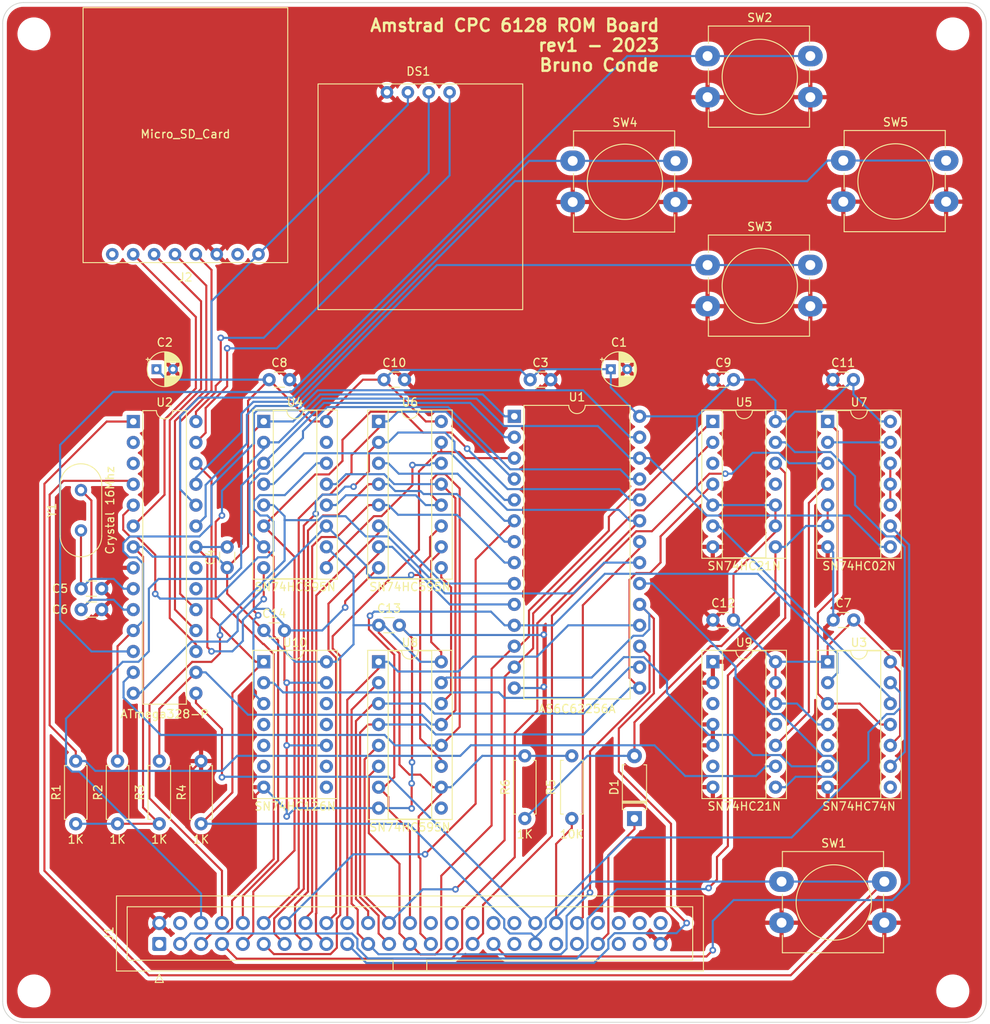
<source format=kicad_pcb>
(kicad_pcb (version 20211014) (generator pcbnew)
  (title_block (title "CPC6128 Rom Board") (rev "1") (company "Yet Another Pebble"))
  (layers (0 "F.Cu" signal) (31 "B.Cu" signal) (34 "B.Paste" user) (35 "F.Paste" user) (36 "B.SilkS" user "B.Silkscreen") (37 "F.SilkS" user "F.Silkscreen") (38 "B.Mask" user) (39 "F.Mask" user) (44 "Edge.Cuts" user))
  (net 0 "")
  (net 1 "/OSC1")
  (net 2 "GND")
  (net 3 "/OSC2")
  (net 4 "/ROMDIS")
  (net 5 "Net-(D1-Pad2)")
  (net 6 "VCC")
  (net 7 "/DS_SCL")
  (net 8 "/DS_SDA")
  (net 10 "/A15")
  (net 11 "/A14")
  (net 12 "/A13")
  (net 13 "/A12")
  (net 14 "/A11")
  (net 15 "/A10")
  (net 16 "/A9")
  (net 17 "/A8")
  (net 18 "/A7")
  (net 19 "/A6")
  (net 20 "/A5")
  (net 21 "/A4")
  (net 22 "/A3")
  (net 23 "/A2")
  (net 24 "/A1")
  (net 25 "/A0")
  (net 26 "/D7")
  (net 27 "/D6")
  (net 28 "/D5")
  (net 29 "/D4")
  (net 30 "/D3")
  (net 31 "/D2")
  (net 32 "/D1")
  (net 33 "/D0")
  (net 37 "/IOREQ")
  (net 39 "/WR")
  (net 43 "/BUSREQ")
  (net 44 "/BUSACK")
  (net 46 "/BUSRST")
  (net 48 "/ROMEN")
  (net 56 "/SD_CLK")
  (net 57 "/SD_DO")
  (net 58 "/SD_DI")
  (net 59 "/SD_CS")
  (net 61 "/C_RAM_CE")
  (net 62 "/RAM_WE")
  (net 63 "/SR_OE")
  (net 64 "/SW_UP")
  (net 65 "/SW_DOWN")
  (net 66 "/SW_OK")
  (net 67 "/SW_CANCEL")
  (net 68 "/RAM_CE")
  (net 71 "/SR_SER")
  (net 72 "/SR_RCLK")
  (net 73 "/SR_CLK")
  (net 77 "Net-(U3-Pad11)")
  (net 79 "Net-(U10-Pad2)")
  (net 81 "Net-(U3-Pad9)")
  (net 82 "Net-(U3-Pad12)")
  (net 83 "Net-(U4-Pad9)")
  (net 87 "Net-(U6-Pad9)")
  (net 88 "Net-(U7-Pad13)")
  (net 89 "Net-(U7-Pad4)")
  (net 90 "Net-(U7-Pad10)")
  (footprint "Capacitor_THT:C_Disc_D3.0mm_W1.6mm_P2.50mm" (layer "F.Cu") (at 69.87 110.49)
    (fp_text reference "C14")
    (fp_text value "C_Small")
  )
  (footprint "Button_Switch_THT:SW_PUSH-12mm_Wuerth-430476085716" (layer "F.Cu") (at 107.425 53.42)
    (fp_text reference "SW4")
    (fp_text value "Confirm")
  )
  (footprint "Package_DIP:DIP-16_W7.62mm_Socket" (layer "F.Cu") (at 83.82 114.3)
    (fp_text reference "U8")
    (fp_text value "SN74HC595N")
  )
  (footprint "Button_Switch_THT:SW_PUSH-12mm_Wuerth-430476085716" (layer "F.Cu") (at 132.825 141.01)
    (fp_text reference "SW1")
    (fp_text value "Reset")
  )
  (footprint "Resistor_THT:R_Axial_DIN0207_L6.3mm_D2.5mm_P7.62mm_Horizontal" (layer "F.Cu") (at 52.07 133.985 90)
    (fp_text reference "R2")
    (fp_text value "1K")
  )
  (footprint "Connector_IDC:IDC-Header_2x25_P2.54mm_Vertical" (layer "F.Cu") (at 57.15 148.59 90)
    (fp_text reference "J1")
    (fp_text value "CPC Expansion Port")
  )
  (footprint "Resistor_THT:R_Axial_DIN0207_L6.3mm_D2.5mm_P7.62mm_Horizontal" (layer "F.Cu") (at 62.23 133.985 90)
    (fp_text reference "R4")
    (fp_text value "1K")
  )
  (footprint "Capacitor_THT:C_Disc_D3.0mm_W1.6mm_P2.50mm" (layer "F.Cu") (at 70.505 80.01)
    (fp_text reference "C8")
    (fp_text value "C_Small")
  )
  (footprint "Package_DIP:DIP-16_W7.62mm_Socket" (layer "F.Cu") (at 83.82 85.09)
    (fp_text reference "U6")
    (fp_text value "SN74HC595N")
  )
  (footprint "Resistor_THT:R_Axial_DIN0207_L6.3mm_D2.5mm_P7.62mm_Horizontal" (layer "F.Cu") (at 46.99 133.985 90)
    (fp_text reference "R1")
    (fp_text value "1K")
  )
  (footprint "Crystal:Crystal_HC18-U_Vertical" (layer "F.Cu") (at 47.625 98.335 90)
    (fp_text reference "Y1")
    (fp_text value "Crystal 16Mhz")
  )
  (footprint "Capacitor_THT:C_Disc_D3.0mm_W1.6mm_P2.50mm" (layer "F.Cu") (at 84.475 80.01)
    (fp_text reference "C10")
    (fp_text value "C_Small")
  )
  (footprint "Package_DIP:DIP-16_W7.62mm_Socket" (layer "F.Cu") (at 69.85 85.09)
    (fp_text reference "U4")
    (fp_text value "SN74HC595N")
  )
  (footprint "Diode_THT:D_A-405_P7.62mm_Horizontal" (layer "F.Cu") (at 114.935 133.35 90)
    (fp_text reference "D1")
    (fp_text value "D")
  )
  (footprint "Button_Switch_THT:SW_PUSH-12mm_Wuerth-430476085716" (layer "F.Cu") (at 123.825 40.68)
    (fp_text reference "SW2")
    (fp_text value "Up")
  )
  (footprint "Capacitor_THT:C_Disc_D3.0mm_W1.6mm_P2.50mm" (layer "F.Cu") (at 83.84 109.855)
    (fp_text reference "C13")
    (fp_text value "C_Small")
  )
  (footprint "MountingHole:MountingHole_3mm" (layer "F.Cu") (at 153.6529 37.9911)
    (fp_text reference "Hole2" hide)
    (fp_text value "MountingHole_3mm" hide)
  )
  (footprint "Capacitor_THT:C_Disc_D3.0mm_W1.6mm_P2.50mm" (layer "F.Cu") (at 47.645 105.41)
    (fp_text reference "C5")
    (fp_text value "22pF")
  )
  (footprint "Capacitor_THT:C_Disc_D3.0mm_W1.6mm_P2.50mm" (layer "F.Cu") (at 47.645 107.95)
    (fp_text reference "C6")
    (fp_text value "22pF")
  )
  (footprint "Package_DIP:DIP-28_W7.62mm" (layer "F.Cu") (at 53.985 85.1)
    (fp_text reference "U2")
    (fp_text value "ATmega328-P")
  )
  (footprint "Package_DIP:DIP-14_W7.62mm_Socket" (layer "F.Cu") (at 138.43 114.3)
    (fp_text reference "U3")
    (fp_text value "SN74HC74N")
  )
  (footprint "Resistor_THT:R_Axial_DIN0207_L6.3mm_D2.5mm_P7.62mm_Horizontal" (layer "F.Cu") (at 107.315 125.73 -90)
    (fp_text reference "R5")
    (fp_text value "10K")
  )
  (footprint "Capacitor_THT:C_Disc_D3.0mm_W1.6mm_P2.50mm" (layer "F.Cu") (at 102.255 80.01)
    (fp_text reference "C3")
    (fp_text value "C_Small")
  )
  (footprint "Package_DIP:DIP-14_W7.62mm_Socket" (layer "F.Cu") (at 138.43 85.09)
    (fp_text reference "U7")
    (fp_text value "SN74HC02N")
  )
  (footprint "Capacitor_THT:C_Disc_D3.0mm_W1.6mm_P2.50mm" (layer "F.Cu") (at 124.48 109.22)
    (fp_text reference "C12")
    (fp_text value "C_Small")
  )
  (footprint "CPC6128_ROM_BOARD:DIP-28_W15.24mm" (layer "F.Cu") (at 100.325 84.465)
    (fp_text reference "U1")
    (fp_text value "AS6C62256A")
  )
  (footprint "CPC6128_ROM_BOARD:Micro_SD_Card_breakout_board" (layer "F.Cu") (at 60.325 50.8 180)
    (fp_text reference "J2")
    (fp_text value "Micro_SD_Card")
  )
  (footprint "Package_DIP:DIP-14_W7.62mm_Socket" (layer "F.Cu") (at 69.85 114.3)
    (fp_text reference "U10")
    (fp_text value "SN74HC126N")
  )
  (footprint "MountingHole:MountingHole_3mm" (layer "F.Cu") (at 41.91 154.307)
    (fp_text reference "Hole3" hide)
    (fp_text value "MountingHole_3mm" hide)
  )
  (footprint "MountingHole:MountingHole_3mm" (layer "F.Cu") (at 153.6529 154.307)
    (fp_text reference "Hole4" hide)
    (fp_text value "MountingHole_3mm" hide)
  )
  (footprint "Capacitor_THT:CP_Radial_D4.0mm_P2.00mm" (layer "F.Cu") (at 112.0574 78.74)
    (fp_text reference "C1")
    (fp_text value "C_Polarized")
  )
  (footprint "Package_DIP:DIP-14_W7.62mm_Socket" (layer "F.Cu") (at 124.47 114.295)
    (fp_text reference "U9")
    (fp_text value "SN74HC21N")
  )
  (footprint "CPC6128_ROM_BOARD:0.96inchOLED128x64" (layer "F.Cu") (at 88.646 56.769)
    (fp_text reference "DS1")
    (fp_text value "0.96inchOLED128x64")
  )
  (footprint "Button_Switch_THT:SW_PUSH-12mm_Wuerth-430476085716" (layer "F.Cu") (at 140.335 53.38)
    (fp_text reference "SW5")
    (fp_text value "Cancel")
  )
  (footprint "Capacitor_THT:C_Disc_D3.0mm_W1.6mm_P2.50mm" (layer "F.Cu") (at 124.5 80.01)
    (fp_text reference "C9")
    (fp_text value "C_Small")
  )
  (footprint "Package_DIP:DIP-14_W7.62mm_Socket" (layer "F.Cu") (at 124.46 85.09)
    (fp_text reference "U5")
    (fp_text value "SN74HC21N")
  )
  (footprint "Capacitor_THT:CP_Radial_D4.0mm_P2.00mm" (layer "F.Cu") (at 56.8124 78.74)
    (fp_text reference "C2")
    (fp_text value "C_Polarized")
  )
  (footprint "Button_Switch_THT:SW_PUSH-12mm_Wuerth-430476085716" (layer "F.Cu") (at 123.825 66.08)
    (fp_text reference "SW3")
    (fp_text value "Down")
  )
  (footprint "Capacitor_THT:C_Disc_D3.0mm_W1.6mm_P2.50mm" (layer "F.Cu") (at 139.065 80.01)
    (fp_text reference "C11")
    (fp_text value "C_Small")
  )
  (footprint "Resistor_THT:R_Axial_DIN0207_L6.3mm_D2.5mm_P7.62mm_Horizontal" (layer "F.Cu") (at 101.6 133.35 90)
    (fp_text reference "R6")
    (fp_text value "1K")
  )
  (footprint "Capacitor_THT:C_Disc_D3.0mm_W1.6mm_P2.50mm" (layer "F.Cu") (at 139.105 109.22)
    (fp_text reference "C7")
    (fp_text value "C_Small")
  )
  (footprint "Capacitor_THT:C_Disc_D3.0mm_W1.6mm_P2.50mm" (layer "F.Cu") (at 65.405 102.85 90)
    (fp_text reference "C4")
    (fp_text value "C_Small")
  )
  (footprint "MountingHole:MountingHole_3mm" (layer "F.Cu") (at 41.91 37.9911)
    (fp_text reference "Hole1" hide)
    (fp_text value "MountingHole_3mm" hide)
  )
  (footprint "Resistor_THT:R_Axial_DIN0207_L6.3mm_D2.5mm_P7.62mm_Horizontal" (layer "F.Cu") (at 57.15 133.985 90)
    (fp_text reference "R3")
    (fp_text value "1K")
  )
  (gr_arc (start 38.1 36.721051) (mid 38.843949 34.925) (end 40.64 34.181051) (layer "Edge.Cuts") (width 0.1))
  (gr_line (start 157.714949 36.721051) (end 157.714949 155.575) (layer "Edge.Cuts") (width 0.1))
  (gr_arc (start 40.64 158.115) (mid 38.843949 157.371051) (end 38.1 155.575) (layer "Edge.Cuts") (width 0.1))
  (gr_arc (start 157.714949 155.575) (mid 156.971 157.371051) (end 155.174949 158.115) (layer "Edge.Cuts") (width 0.1))
  (gr_line (start 40.64 158.115) (end 155.174949 158.115) (layer "Edge.Cuts") (width 0.1))
  (gr_line (start 38.1 36.721051) (end 38.1 155.575) (layer "Edge.Cuts") (width 0.1))
  (gr_arc (start 155.174949 34.181051) (mid 156.971 34.925) (end 157.714949 36.721051) (layer "Edge.Cuts") (width 0.1))
  (gr_line (start 155.174949 34.181051) (end 40.64 34.181051) (layer "Edge.Cuts") (width 0.1))
  (gr_text "Amstrad CPC 6128 ROM Board\nrev1 - 2023\nBruno Conde" (at 118.11 39.37) (layer "F.SilkS") (effects (font (size 1.5 1.5) (thickness 0.3)) (justify right)))
  (segment (start 47.645 105.41) (end 47.625 105.39) (width 0.254) (layer "F.Cu") (net 1))
  (segment (start 47.625 105.39) (end 47.625 98.335) (width 0.254) (layer "F.Cu") (net 1))
  (segment (start 53.985 105.42) (end 52.8039 105.42) (width 0.254) (layer "B.Cu") (net 1))
  (segment (start 48.8272 104.2278) (end 47.645 105.41) (width 0.254) (layer "B.Cu") (net 1))
  (segment (start 52.8039 105.42) (end 51.6117 104.2278) (width 0.254) (layer "B.Cu") (net 1))
  (segment (start 51.6117 104.2278) (end 48.8272 104.2278) (width 0.254) (layer "B.Cu") (net 1))
  (segment (start 87.884 111.399) (end 86.34 109.855) (width 0.254) (layer "F.Cu") (net 2))
  (segment (start 63.5 113.03) (end 62.99248 112.52248) (width 0.254) (layer "F.Cu") (net 2))
  (segment (start 69.85 129.54) (end 64.008 135.382) (width 0.254) (layer "F.Cu") (net 2))
  (segment (start 64.008 135.382) (end 61.468 135.382) (width 0.254) (layer "F.Cu") (net 2))
  (segment (start 72.644 124.46) (end 72.644 133.096) (width 0.254) (layer "F.Cu") (net 2))
  (segment (start 62.99248 112.52248) (end 62.99248 101.72748) (width 0.254) (layer "F.Cu") (net 2))
  (segment (start 72.37 116.566) (end 72.644 116.84) (width 0.254) (layer "F.Cu") (net 2))
  (segment (start 72.37 110.49) (end 72.37 116.566) (width 0.254) (layer "F.Cu") (net 2))
  (segment (start 60.452 128.143) (end 62.23 126.365) (width 0.254) (layer "F.Cu") (net 2))
  (segment (start 87.840103 132.123897) (end 87.840103 129.075897) (width 0.254) (layer "F.Cu") (net 2))
  (segment (start 69.85 106.68) (end 69.85 102.87) (width 0.254) (layer "F.Cu") (net 2))
  (segment (start 87.884 126.5105) (end 87.884 111.399) (width 0.254) (layer "F.Cu") (net 2))
  (segment (start 83.82 102.87) (end 79.756 106.934) (width 0.254) (layer "F.Cu") (net 2))
  (segment (start 61.468 135.382) (end 60.452 134.366) (width 0.254) (layer "F.Cu") (net 2))
  (segment (start 72.644 116.84) (end 72.644 124.46) (width 0.254) (layer "F.Cu") (net 2))
  (segment (start 62.99248 101.72748) (end 61.605 100.34) (width 0.254) (layer "F.Cu") (net 2))
  (segment (start 60.452 134.366) (end 60.452 128.143) (width 0.254) (layer "F.Cu") (net 2))
  (segment (start 79.756 106.934) (end 79.756 107.696) (width 0.254) (layer "F.Cu") (net 2))
  (segment (start 103.9045 110.998) (end 103.9045 117.348) (width 0.254) (layer "F.Cu") (net 2))
  (via (at 63.5 113.03) (size 0.8) (drill 0.4) (layers "F.Cu" "B.Cu") (net 2))
  (via (at 72.644 116.84) (size 0.8) (drill 0.4) (layers "F.Cu" "B.Cu") (net 2))
  (via (at 103.9045 117.348) (size 0.8) (drill 0.4) (layers "F.Cu" "B.Cu") (net 2))
  (via (at 87.884 126.5105) (size 0.8) (drill 0.4) (layers "F.Cu" "B.Cu") (net 2))
  (via (at 87.840103 132.123897) (size 0.8) (drill 0.4) (layers "F.Cu" "B.Cu") (net 2))
  (via (at 79.756 107.696) (size 0.8) (drill 0.4) (layers "F.Cu" "B.Cu") (net 2))
  (via (at 72.644 133.096) (size 0.8) (drill 0.4) (layers "F.Cu" "B.Cu") (net 2))
  (via (at 72.644 124.46) (size 0.8) (drill 0.4) (layers "F.Cu" "B.Cu") (net 2))
  (via (at 87.840103 129.075897) (size 0.8) (drill 0.4) (layers "F.Cu" "B.Cu") (net 2))
  (via (at 69.85 106.68) (size 0.8) (drill 0.4) (layers "F.Cu" "B.Cu") (net 2))
  (via (at 103.9045 110.998) (size 0.8) (drill 0.4) (layers "F.Cu" "B.Cu") (net 2))
  (segment (start 139.105 101.005) (end 138.43 100.33) (width 0.254) (layer "B.Cu") (net 2))
  (segment (start 103.9045 110.998) (end 103.856989 111.045511) (width 0.254) (layer "B.Cu") (net 2))
  (segment (start 70.400989 107.865989) (end 72.37 109.835) (width 0.254) (layer "B.Cu") (net 2))
  (segment (start 103.9045 117.348) (end 103.7675 117.485) (width 0.254) (layer "B.Cu") (net 2))
  (segment (start 103.7675 117.485) (end 100.325 117.485) (width 0.254) (layer "B.Cu") (net 2))
  (segment (start 72.644 133.096) (end 72.644 132.334) (width 0.254) (layer "B.Cu") (net 2))
  (segment (start 76.962 110.49) (end 72.37 110.49) (width 0.254) (layer "B.Cu") (net 2))
  (segment (start 87.796206 132.08) (end 87.840103 132.123897) (width 0.254) (layer "B.Cu") (net 2))
  (segment (start 67.31 111.76) (end 67.31 109.22) (width 0.254) (layer "B.Cu") (net 2))
  (segment (start 72.37 109.835) (end 72.37 110.49) (width 0.254) (layer "B.Cu") (net 2))
  (segment (start 103.856989 111.045511) (end 87.530511 111.045511) (width 0.254) (layer "B.Cu") (net 2))
  (segment (start 66.04 113.03) (end 67.31 111.76) (width 0.254) (layer "B.Cu") (net 2))
  (segment (start 72.644 124.46) (end 77.47 124.46) (width 0.254) (layer "B.Cu") (net 2))
  (segment (start 72.644 133.096) (end 73.66 132.08) (width 0.254) (layer "B.Cu") (net 2))
  (segment (start 67.31 109.22) (end 68.664011 107.865989) (width 0.254) (layer "B.Cu") (net 2))
  (segment (start 68.664011 107.865989) (end 69.85 106.68) (width 0.254) (layer "B.Cu") (net 2))
  (segment (start 72.644 132.334) (end 69.85 129.54) (width 0.254) (layer "B.Cu") (net 2))
  (segment (start 65.405 100.35) (end 61.615 100.35) (width 0.254) (layer "B.Cu") (net 2))
  (segment (start 63.5 113.03) (end 66.04 113.03) (width 0.254) (layer "B.Cu") (net 2))
  (segment (start 79.756 107.696) (end 76.962 110.49) (width 0.254) (layer "B.Cu") (net 2))
  (segment (start 69.765989 107.865989) (end 70.400989 107.865989) (width 0.254) (layer "B.Cu") (net 2))
  (segment (start 87.840103 129.075897) (end 87.884 129.032) (width 0.254) (layer "B.Cu") (net 2))
  (segment (start 61.615 100.35) (end 61.605 100.34) (width 0.254) (layer "B.Cu") (net 2))
  (segment (start 68.664011 107.865989) (end 69.765989 107.865989) (width 0.254) (layer "B.Cu") (net 2))
  (segment (start 73.66 132.08) (end 83.82 132.08) (width 0.254) (layer "B.Cu") (net 2))
  (segment (start 72.644 116.84) (end 77.47 116.84) (width 0.254) (layer "B.Cu") (net 2))
  (segment (start 139.105 109.22) (end 139.105 101.005) (width 0.254) (layer "B.Cu") (net 2))
  (segment (start 87.530511 111.045511) (end 86.34 109.855) (width 0.254) (layer "B.Cu") (net 2))
  (segment (start 87.884 129.032) (end 87.884 126.5105) (width 0.254) (layer "B.Cu") (net 2))
  (segment (start 83.82 132.08) (end 87.796206 132.08) (width 0.254) (layer "B.Cu") (net 2))
  (segment (start 47.645 107.95) (end 48.895 106.7) (width 0.254) (layer "F.Cu") (net 3))
  (segment (start 48.895 94.705) (end 47.625 93.435) (width 0.254) (layer "F.Cu") (net 3))
  (segment (start 48.895 106.7) (end 48.895 94.705) (width 0.254) (layer "F.Cu") (net 3))
  (segment (start 51.6033 106.7594) (end 48.8356 106.7594) (width 0.254) (layer "B.Cu") (net 3))
  (segment (start 53.985 107.96) (end 52.8039 107.96) (width 0.254) (layer "B.Cu") (net 3))
  (segment (start 52.8039 107.96) (end 51.6033 106.7594) (width 0.254) (layer "B.Cu") (net 3))
  (segment (start 48.8356 106.7594) (end 47.645 107.95) (width 0.254) (layer "B.Cu") (net 3))
  (segment (start 114.935 134.6311) (end 111.76 137.8061) (width 0.254) (layer "F.Cu") (net 4))
  (segment (start 111.76 147.32) (end 110.49 148.59) (width 0.254) (layer "F.Cu") (net 4))
  (segment (start 111.76 137.8061) (end 111.76 147.32) (width 0.254) (layer "F.Cu") (net 4))
  (segment (start 114.935 133.35) (end 114.935 134.6311) (width 0.254) (layer "F.Cu") (net 4))
  (segment (start 138.43 97.79) (end 138.43 95.25) (width 0.254) (layer "F.Cu") (net 5))
  (segment (start 132.08 100.33) (end 132.08 105.8173) (width 0.254) (layer "F.Cu") (net 5))
  (segment (start 124.2027 112.3872) (end 114.935 121.6549) (width 0.254) (layer "F.Cu") (net 5))
  (segment (start 132.08 105.8173) (end 125.5101 112.3872) (width 0.254) (layer "F.Cu") (net 5))
  (segment (start 125.5101 112.3872) (end 124.2027 112.3872) (width 0.254) (layer "F.Cu") (net 5))
  (segment (start 114.935 121.6549) (end 114.935 125.73) (width 0.254) (layer "F.Cu") (net 5))
  (segment (start 133.2611 100.33) (end 135.8011 97.79) (width 0.254) (layer "B.Cu") (net 5))
  (segment (start 101.6 133.35) (end 109.22 125.73) (width 0.254) (layer "B.Cu") (net 5))
  (segment (start 109.22 125.73) (end 113.6539 125.73) (width 0.254) (layer "B.Cu") (net 5))
  (segment (start 135.8011 97.79) (end 138.43 97.79) (width 0.254) (layer "B.Cu") (net 5))
  (segment (start 114.935 125.73) (end 113.6539 125.73) (width 0.254) (layer "B.Cu") (net 5))
  (segment (start 132.08 100.33) (end 133.2611 100.33) (width 0.254) (layer "B.Cu") (net 5))
  (segment (start 87.576845 128.016) (end 88.9 128.016) (width 0.254) (layer "F.Cu") (net 6))
  (segment (start 91.44 113.1189) (end 90.2173 111.8962) (width 0.254) (layer "F.Cu") (net 6))
  (segment (start 126.98 109.22) (end 126.98 103.6145) (width 0.254) (layer "F.Cu") (net 6))
  (segment (start 84.475 80.01) (end 89.555 85.09) (width 0.254) (layer "F.Cu") (net 6))
  (segment (start 67.945 100.31) (end 67.945 82.57) (width 0.254) (layer "F.Cu") (net 6))
  (segment (start 89.555 85.09) (end 91.44 85.09) (width 0.254) (layer "F.Cu") (net 6))
  (segment (start 55.1737 101.5287) (end 53.985 100.34) (width 0.254) (layer "F.Cu") (net 6))
  (segment (start 147.2389 123.2711) (end 147.2389 115.4889) (width 0.254) (layer "F.Cu") (net 6))
  (segment (start 147.2389 115.4889) (end 146.05 114.3) (width 0.254) (layer "F.Cu") (net 6))
  (segment (start 65.405 102.85) (end 65.405 106.025) (width 0.254) (layer "F.Cu") (net 6))
  (segment (start 138.43 112.395) (end 138.43 114.3) (width 0.254) (layer "F.Cu") (net 6))
  (segment (start 146.05 114.3) (end 146.05 113.665) (width 0.254) (layer "F.Cu") (net 6))
  (segment (start 90.2173 102.043942) (end 91.44 100.821242) (width 0.254) (layer "F.Cu") (net 6))
  (segment (start 88.9 147.32) (end 90.17 148.59) (width 0.254) (layer "F.Cu") (net 6))
  (segment (start 91.44 130.354) (end 88.6928 133.1012) (width 0.254) (layer "F.Cu") (net 6))
  (segment (start 57.15 133.985) (end 55.1737 132.0087) (width 0.254) (layer "F.Cu") (net 6))
  (segment (start 83.84 110.764) (end 86.36 113.284) (width 0.254) (layer "F.Cu") (net 6))
  (segment (start 132.08 95.25) (end 132.08 97.79) (width 0.254) (layer "F.Cu") (net 6))
  (segment (start 132.09 114.295) (end 132.09 116.835) (width 0.254) (layer "F.Cu") (net 6))
  (segment (start 91.44 114.3) (end 91.44 113.1189) (width 0.254) (layer "F.Cu") (net 6))
  (segment (start 86.36 126.799155) (end 87.576845 128.016) (width 0.254) (layer "F.Cu") (net 6))
  (segment (start 81.915 80.01) (end 84.475 80.01) (width 0.254) (layer "F.Cu") (net 6))
  (segment (start 86.36 113.284) (end 86.36 126.799155) (width 0.254) (layer "F.Cu") (net 6))
  (segment (start 91.44 129.54) (end 91.44 130.354) (width 0.254) (layer "F.Cu") (net 6))
  (segment (start 67.945 82.57) (end 70.505 80.01) (width 0.254) (layer "F.Cu") (net 6))
  (segment (start 132.08 98.5145) (end 132.08 97.79) (width 0.254) (layer "F.Cu") (net 6))
  (segment (start 55.1737 132.0087) (end 55.1737 101.5287) (width 0.254) (layer "F.Cu") (net 6))
  (segment (start 65.405 102.85) (end 67.945 100.31) (width 0.254) (layer "F.Cu") (net 6))
  (segment (start 88.9 128.016) (end 90.424 129.54) (width 0.254) (layer "F.Cu") (net 6))
  (segment (start 132.09 116.835) (end 132.09 119.375) (width 0.254) (layer "F.Cu") (net 6))
  (segment (start 146.05 124.46) (end 147.2389 123.2711) (width 0.254) (layer "F.Cu") (net 6))
  (segment (start 83.84 109.855) (end 83.84 110.764) (width 0.254) (layer "F.Cu") (net 6))
  (segment (start 75.585 85.09) (end 77.47 85.09) (width 0.254) (layer "F.Cu") (net 6))
  (segment (start 88.9 138.2207) (end 88.9 147.32) (width 0.254) (layer "F.Cu") (net 6))
  (segment (start 90.424 129.54) (end 91.44 129.54) (width 0.254) (layer "F.Cu") (net 6))
  (segment (start 91.44 100.821242) (end 91.44 100.33) (width 0.254) (layer "F.Cu") (net 6))
  (segment (start 90.2173 111.8962) (end 90.2173 102.043942) (width 0.254) (layer "F.Cu") (net 6))
  (segment (start 141.605 109.22) (end 138.43 112.395) (width 0.254) (layer "F.Cu") (net 6))
  (segment (start 65.405 106.025) (end 69.87 110.49) (width 0.254) (layer "F.Cu") (net 6))
  (segment (start 70.505 80.01) (end 75.585 85.09) (width 0.254) (layer "F.Cu") (net 6))
  (segment (start 126.98 103.6145) (end 132.08 98.5145) (width 0.254) (layer "F.Cu") (net 6))
  (segment (start 146.05 113.665) (end 141.605 109.22) (width 0.254) (layer "F.Cu") (net 6))
  (segment (start 88.6928 133.1012) (end 88.6928 138.0135) (width 0.254) (layer "F.Cu") (net 6))
  (segment (start 77.47 84.455) (end 81.915 80.01) (width 0.254) (layer "F.Cu") (net 6))
  (segment (start 77.47 85.09) (end 77.47 84.455) (width 0.254) (layer "F.Cu") (net 6))
  (segment (start 52.07 133.985) (end 57.15 133.985) (width 0.254) (layer "F.Cu") (net 6))
  (segment (start 88.6928 138.0135) (end 88.9 138.2207) (width 0.254) (layer "F.Cu") (net 6))
  (segment (start 56.3472 101.5211) (end 64.0761 101.5211) (width 0.254) (layer "B.Cu") (net 6))
  (segment (start 78.6511 114.3) (end 80.7721 112.179) (width 0.254) (layer "B.Cu") (net 6))
  (segment (start 137.2489 121.92) (end 134.7039 119.375) (width 0.254) (layer "B.Cu") (net 6))
  (segment (start 122.545 84.465) (end 122.545 93.335) (width 0.254) (layer "B.Cu") (net 6))
  (segment (start 140.677 80.898) (end 141.565 80.01) (width 0.254) (layer "B.Cu") (net 6))
  (segment (start 58.0824 80.01) (end 70.505 80.01) (width 0.254) (layer "B.Cu") (net 6))
  (segment (start 132.055 114.295) (end 132.09 114.295) (width 0.254) (layer "B.Cu") (net 6))
  (segment (start 137.6661 83.9089) (end 140.677 80.898) (width 0.254) (layer "B.Cu") (net 6))
  (segment (start 80.7721 109.855) (end 83.84 109.855) (width 0.254) (layer "B.Cu") (net 6))
  (segment (start 126.98 109.22) (end 132.055 114.295) (width 0.254) (layer "B.Cu") (net 6))
  (segment (start 78.0606 114.3) (end 78.6511 114.3) (width 0.254) (layer "B.Cu") (net 6))
  (segment (start 85.6562 78.8288) (end 101.0738 78.8288) (width 0.254) (layer "B.Cu") (net 6))
  (segment (start 46.99 133.985) (end 52.07 133.985) (width 0.254) (layer "B.Cu") (net 6))
  (segment (start 133.2611 85.09) (end 134.4422 83.9089) (width 0.254) (layer "B.Cu") (net 6))
  (segment (start 53.985 100.34) (end 55.1661 100.34) (width 0.254) (layer "B.Cu") (net 6))
  (segment (start 80.7721 103.6321) (end 77.47 100.33) (width 0.254) (layer "B.Cu") (net 6))
  (segment (start 138.43 121.92) (end 137.2489 121.92) (width 0.254) (layer "B.Cu") (net 6))
  (segment (start 55.1661 100.34) (end 56.3472 101.5211) (width 0.254) (layer "B.Cu") (net 6))
  (segment (start 80.7721 109.855) (end 80.7721 103.6321) (width 0.254) (layer "B.Cu") (net 6))
  (segment (start 144.8689 85.09) (end 146.05 85.09) (width 0.254) (layer "B.Cu") (net 6))
  (segment (start 132.08 82.55) (end 132.08 85.09) (width 0.254) (layer "B.Cu") (net 6))
  (segment (start 73.68 114.3) (end 77.47 114.3) (width 0.254) (layer "B.Cu") (net 6))
  (segment (start 129.54 80.01) (end 132.08 82.55) (width 0.254) (layer "B.Cu") (net 6))
  (segment (start 63.5 80.01) (end 70.505 80.01) (width 0.254) (layer "B.Cu") (net 6))
  (segment (start 103.525 78.74) (end 102.255 80.01) (width 0.254) (layer "B.Cu") (net 6))
  (segment (start 101.0738 78.8288) (end 102.255 80.01) (width 0.254) (layer "B.Cu") (net 6))
  (segment (start 107.315 125.73) (end 101.6 125.73) (width 0.254) (layer "B.Cu") (net 6))
  (segment (start 137.2439 114.295) (end 137.2489 114.3) (width 0.254) (layer "B.Cu") (net 6))
  (segment (start 132.08 85.09) (end 133.2611 85.09) (width 0.254) (layer "B.Cu") (net 6))
  (segment (start 141.565 80.01) (end 141.565 81.7861) (width 0.254) (layer "B.Cu") (net 6))
  (segment (start 122.545 84.465) (end 127 80.01) (width 0.254) (layer "B.Cu") (net 6))
  (segment (start 91.44 129.54) (end 92.6211 129.54) (width 0.254) (layer "B.Cu") (net 6))
  (segment (start 84.475 80.01) (end 85.6562 78.8288) (width 0.254) (layer "B.Cu") (net 6))
  (segment (start 78.0606 114.3) (end 77.47 114.3) (width 0.254) (layer "B.Cu") (net 6))
  (segment (start 69.215 64.77) (end 63.5 70.485) (width 0.254) (layer "B.Cu") (net 6))
  (segment (start 91.44 114.3) (end 88.9 114.3) (width 0.254) (layer "B.Cu") (net 6))
  (segment (start 141.565 81.7861) (end 144.8689 85.09) (width 0.254) (layer "B.Cu") (net 6))
  (segment (start 112.0574 78.74) (end 103.525 78.74) (width 0.254) (layer "B.Cu") (net 6))
  (segment (start 87.376 45.085) (end 87.376 46.609) (width 0.254) (layer "B.Cu") (net 6))
  (segment (start 127 80.01) (end 129.54 80.01) (width 0.254) (layer "B.Cu") (net 6))
  (segment (start 80.7721 112.179) (end 80.7721 109.855) (width 0.254) (layer "B.Cu") (net 6))
  (segment (start 122.545 93.335) (end 124.46 95.25) (width 0.254) (layer "B.Cu") (net 6))
  (segment (start 56.8124 78.74) (end 58.0824 80.01) (width 0.254) (layer "B.Cu") (net 6))
  (segment (start 112.0574 80.9574) (end 115.565 84.465) (width 0.254) (layer "B.Cu") (net 6))
  (segment (start 88.9 114.3) (end 84.455 109.855) (width 0.254) (layer "B.Cu") (net 6))
  (segment (start 134.7039 119.375) (end 132.09 119.375) (width 0.254) (layer "B.Cu") (net 6))
  (segment (start 92.6211 129.54) (end 96.4311 125.73) (width 0.254) (layer "B.Cu") (net 6))
  (segment (start 64.0761 101.5211) (end 65.405 102.85) (width 0.254) (layer "B.Cu") (net 6))
  (segment (start 132.08 95.25) (end 124.46 95.25) (width 0.254) (layer "B.Cu") (net 6))
  (segment (start 138.43 114.3) (end 137.2489 114.3) (width 0.254) (layer "B.Cu") (net 6))
  (segment (start 96.4311 125.73) (end 101.6 125.73) (width 0.254) (layer "B.Cu") (net 6))
  (segment (start 132.09 114.295) (end 137.2439 114.295) (width 0.254) (layer "B.Cu") (net 6))
  (segment (start 134.4422 83.9089) (end 137.6661 83.9089) (width 0.254) (layer "B.Cu") (net 6))
  (segment (start 84.455 109.855) (end 83.84 109.855) (width 0.254) (layer "B.Cu") (net 6))
  (segment (start 87.376 46.609) (end 69.215 64.77) (width 0.254) (layer "B.Cu") (net 6))
  (segment (start 115.565 84.465) (end 122.545 84.465) (width 0.254) (layer "B.Cu") (net 6))
  (segment (start 63.5 70.485) (end 63.5 80.01) (width 0.254) (layer "B.Cu") (net 6))
  (segment (start 112.0574 78.74) (end 112.0574 80.9574) (width 0.254) (layer "B.Cu") (net 6))
  (segment (start 69.87 110.49) (end 73.68 114.3) (width 0.254) (layer "B.Cu") (net 6))
  (segment (start 64.00752 80.77248) (end 64.00752 81.516379) (width 0.254) (layer "F.Cu") (net 7))
  (segment (start 64.6245 80.1555) (end 64.00752 80.77248) (width 0.254) (layer "F.Cu") (net 7))
  (segment (start 64.6245 74.93) (end 64.6245 80.1555) (width 0.254) (layer "F.Cu") (net 7))
  (segment (start 64.00752 81.516379) (end 61.605 83.9189) (width 0.254) (layer "F.Cu") (net 7))
  (segment (start 61.605 83.9189) (end 61.605 85.1) (width 0.254) (layer "F.Cu") (net 7))
  (via (at 64.6245 74.93) (size 0.8) (drill 0.4) (layers "F.Cu" "B.Cu") (net 7))
  (segment (start 89.916 54.864) (end 69.85 74.93) (width 0.254) (layer "B.Cu") (net 7))
  (segment (start 89.916 45.085) (end 89.916 54.864) (width 0.254) (layer "B.Cu") (net 7))
  (segment (start 69.85 74.93) (end 64.6245 74.93) (width 0.254) (layer "B.Cu") (net 7))
  (segment (start 64.51504 81.726601) (end 62.785511 83.456131) (width 0.254) (layer "F.Cu") (net 8))
  (segment (start 65.405 76.2) (end 65.405 80.80375) (width 0.254) (layer "F.Cu") (net 8))
  (segment (start 62.785511 83.456131) (end 62.785511 86.459489) (width 0.254) (layer "F.Cu") (net 8))
  (segment (start 64.51504 81.69371) (end 64.51504 81.726601) (width 0.254) (layer "F.Cu") (net 8))
  (segment (start 62.785511 86.459489) (end 61.605 87.64) (width 0.254) (layer "F.Cu") (net 8))
  (segment (start 65.405 80.80375) (end 64.51504 81.69371) (width 0.254) (layer "F.Cu") (net 8))
  (via (at 65.405 76.2) (size 0.8) (drill 0.4) (layers "F.Cu" "B.Cu") (net 8))
  (segment (start 71.4375 76.2) (end 65.405 76.2) (width 0.254) (layer "B.Cu") (net 8))
  (segment (start 92.456 45.085) (end 92.456 55.1815) (width 0.254) (layer "B.Cu") (net 8))
  (segment (start 92.456 55.1815) (end 71.4375 76.2) (width 0.254) (layer "B.Cu") (net 8))
  (segment (start 123.952 141.7905) (end 124.968 140.7745) (width 0.254) (layer "F.Cu") (net 10))
  (segment (start 124.968 140.7745) (end 124.968 138.0251) (width 0.254) (layer "F.Cu") (net 10))
  (segment (start 133.2715 108.9713) (end 133.2715 91.3615) (width 0.254) (layer "F.Cu") (net 10))
  (segment (start 126.2972 115.9456) (end 133.2715 108.9713) (width 0.254) (layer "F.Cu") (net 10))
  (segment (start 124.968 138.0251) (end 126.2972 136.6959) (width 0.254) (layer "F.Cu") (net 10))
  (segment (start 126.2972 136.6959) (end 126.2972 115.9456) (width 0.254) (layer "F.Cu") (net 10))
  (segment (start 133.2715 91.3615) (end 132.08 90.17) (width 0.254) (layer "F.Cu") (net 10))
  (via (at 123.952 141.7905) (size 0.8) (drill 0.4) (layers "F.Cu" "B.Cu") (net 10))
  (segment (start 81.2412 147.9884) (end 80.5728 147.32) (width 0.254) (layer "B.Cu") (net 10))
  (segment (start 109.22 146.685) (end 109.22 149.0639) (width 0.254) (layer "B.Cu") (net 10))
  (segment (start 80.5728 147.32) (end 60.96 147.32) (width 0.254) (layer "B.Cu") (net 10))
  (segment (start 82.4903 150.3516) (end 81.2412 149.1025) (width 0.254) (layer "B.Cu") (net 10))
  (segment (start 60.96 147.32) (end 59.69 148.59) (width 0.254) (layer "B.Cu") (net 10))
  (segment (start 123.952 141.7905) (end 123.8249 141.9176) (width 0.254) (layer "B.Cu") (net 10))
  (segment (start 109.22 145.5248) (end 109.22 146.61479) (width 0.254) (layer "B.Cu") (net 10))
  (segment (start 123.8249 141.9176) (end 112.8272 141.9176) (width 0.254) (layer "B.Cu") (net 10))
  (segment (start 109.22 149.0639) (end 107.9323 150.3516) (width 0.254) (layer "B.Cu") (net 10))
  (segment (start 112.8272 141.9176) (end 109.22 145.5248) (width 0.254) (layer "B.Cu") (net 10))
  (segment (start 81.2412 149.1025) (end 81.2412 147.9884) (width 0.254) (layer "B.Cu") (net 10))
  (segment (start 107.9323 150.3516) (end 82.4903 150.3516) (width 0.254) (layer "B.Cu") (net 10))
  (segment (start 69.1799 108.6465) (end 68.638 108.1046) (width 0.254) (layer "F.Cu") (net 11))
  (segment (start 68.638 108.1046) (end 68.638 86.302) (width 0.254) (layer "F.Cu") (net 11))
  (segment (start 68.638 86.302) (end 69.85 85.09) (width 0.254) (layer "F.Cu") (net 11))
  (via (at 69.1799 108.6465) (size 0.8) (drill 0.4) (layers "F.Cu" "B.Cu") (net 11))
  (segment (start 68.6004 109.226) (end 69.1799 108.6465) (width 0.254) (layer "B.Cu") (net 11))
  (segment (start 76.7016 81.8062) (end 73.4178 85.09) (width 0.254) (layer "B.Cu") (net 11))
  (segment (start 96.4851 81.8062) (end 76.7016 81.8062) (width 0.254) (layer "B.Cu") (net 11))
  (segment (start 69.85 119.38) (end 68.6004 118.1304) (width 0.254) (layer "B.Cu") (net 11))
  (segment (start 99.1439 84.465) (end 96.4851 81.8062) (width 0.254) (layer "B.Cu") (net 11))
  (segment (start 100.325 84.465) (end 99.1439 84.465) (width 0.254) (layer "B.Cu") (net 11))
  (segment (start 73.4178 85.09) (end 69.85 85.09) (width 0.254) (layer "B.Cu") (net 11))
  (segment (start 68.6004 118.1304) (end 68.6004 109.226) (width 0.254) (layer "B.Cu") (net 11))
  (segment (start 66.0012 146.6365) (end 65.3177 147.32) (width 0.254) (layer "F.Cu") (net 12))
  (segment (start 71.0629 138.2791) (end 66.0012 143.3408) (width 0.254) (layer "F.Cu") (net 12))
  (segment (start 63.5 147.32) (end 62.23 148.59) (width 0.254) (layer "F.Cu") (net 12))
  (segment (start 64.77 96.52) (end 64.00752 97.28248) (width 0.254) (layer "F.Cu") (net 12))
  (segment (start 71.0629 113.3471) (end 71.0629 138.2791) (width 0.254) (layer "F.Cu") (net 12))
  (segment (start 69.7682 112.1335) (end 69.8493 112.1335) (width 0.254) (layer "F.Cu") (net 12))
  (segment (start 64.00752 106.37282) (end 69.7682 112.1335) (width 0.254) (layer "F.Cu") (net 12))
  (segment (start 65.3177 147.32) (end 63.5 147.32) (width 0.254) (layer "F.Cu") (net 12))
  (segment (start 64.00752 97.28248) (end 64.00752 106.37282) (width 0.254) (layer "F.Cu") (net 12))
  (segment (start 66.0012 143.3408) (end 66.0012 146.6365) (width 0.254) (layer "F.Cu") (net 12))
  (segment (start 69.8493 112.1335) (end 71.0629 113.3471) (width 0.254) (layer "F.Cu") (net 12))
  (via (at 64.77 96.52) (size 0.8) (drill 0.4) (layers "F.Cu" "B.Cu") (net 12))
  (segment (start 114.3839 89.545) (end 110.4851 85.6462) (width 0.254) (layer "B.Cu") (net 12))
  (segment (start 76.987 82.3143) (end 71.6713 87.63) (width 0.254) (layer "B.Cu") (net 12))
  (segment (start 69.85 88.442) (end 69.85 87.63) (width 0.254) (layer "B.Cu") (net 12))
  (segment (start 116.7461 89.545) (end 123.7211 96.52) (width 0.254) (layer "B.Cu") (net 12))
  (segment (start 116.0649 89.545) (end 116.7461 89.545) (width 0.254) (layer "B.Cu") (net 12))
  (segment (start 64.77 96.52) (end 64.77 93.522) (width 0.254) (layer "B.Cu") (net 12))
  (segment (start 123.7211 96.52) (end 141.0589 96.52) (width 0.254) (layer "B.Cu") (net 12))
  (segment (start 99.0671 85.6462) (end 95.7352 82.3143) (width 0.254) (layer "B.Cu") (net 12))
  (segment (start 110.4851 85.6462) (end 99.0671 85.6462) (width 0.254) (layer "B.Cu") (net 12))
  (segment (start 146.05 100.33) (end 144.8689 100.33) (width 0.254) (layer "B.Cu") (net 12))
  (segment (start 64.77 93.522) (end 69.85 88.442) (width 0.254) (layer "B.Cu") (net 12))
  (segment (start 141.0589 96.52) (end 144.8689 100.33) (width 0.254) (layer "B.Cu") (net 12))
  (segment (start 95.7352 82.3143) (end 76.987 82.3143) (width 0.254) (layer "B.Cu") (net 12))
  (segment (start 115.565 89.545) (end 114.3839 89.545) (width 0.254) (layer "B.Cu") (net 12))
  (segment (start 116.0649 89.545) (end 115.565 89.545) (width 0.254) (layer "B.Cu") (net 12))
  (segment (start 71.6713 87.63) (end 69.85 87.63) (width 0.254) (layer "B.Cu") (net 12))
  (segment (start 47.4136 127.654) (end 46.5465 127.654) (width 0.254) (layer "B.Cu") (net 13))
  (segment (start 54.61 114.3) (end 55.88 113.03) (width 0.254) (layer "B.Cu") (net 13))
  (segment (start 45.8052 126.9127) (end 45.8052 121.1998) (width 0.254) (layer "B.Cu") (net 13))
  (segment (start 94.9731 82.8342) (end 77.1858 82.8342) (width 0.254) (layer "B.Cu") (net 13))
  (segment (start 57.0598 104.2302) (end 65.7411 104.2302) (width 0.254) (layer "B.Cu") (net 13))
  (segment (start 55.88 105.41) (end 57.0598 104.2302) (width 0.254) (layer "B.Cu") (net 13))
  (segment (start 99.1439 87.005) (end 94.9731 82.8342) (width 0.254) (layer "B.Cu") (net 13))
  (segment (start 55.88 113.03) (end 55.88 105.41) (width 0.254) (layer "B.Cu") (net 13))
  (segment (start 62.23 146.05) (end 62.23 142.4704) (width 0.254) (layer "B.Cu") (net 13))
  (segment (start 65.7411 104.2302) (end 67.1086 102.8627) (width 0.254) (layer "B.Cu") (net 13))
  (segment (start 67.1086 92.9114) (end 69.85 90.17) (width 0.254) (layer "B.Cu") (net 13))
  (segment (start 77.1858 82.8342) (end 69.85 90.17) (width 0.254) (layer "B.Cu") (net 13))
  (segment (start 100.325 87.005) (end 99.1439 87.005) (width 0.254) (layer "B.Cu") (net 13))
  (segment (start 52.705 114.3) (end 54.61 114.3) (width 0.254) (layer "B.Cu") (net 13))
  (segment (start 46.5465 127.654) (end 45.8052 126.9127) (width 0.254) (layer "B.Cu") (net 13))
  (segment (start 45.8052 121.1998) (end 52.705 114.3) (width 0.254) (layer "B.Cu") (net 13))
  (segment (start 67.1086 102.8627) (end 67.1086 92.9114) (width 0.254) (layer "B.Cu") (net 13))
  (segment (start 62.23 142.4704) (end 47.4136 127.654) (width 0.254) (layer "B.Cu") (net 13))
  (segment (start 66.563 150.383) (end 64.77 148.59) (width 0.254) (layer "F.Cu") (net 14))
  (segment (start 93.98 144.444) (end 93.98 149.1129) (width 0.254) (layer "F.Cu") (net 14))
  (segment (start 93.98 149.1129) (end 92.7099 150.383) (width 0.254) (layer "F.Cu") (net 14))
  (segment (start 100.3779 138.0461) (end 93.98 144.444) (width 0.254) (layer "F.Cu") (net 14))
  (segment (start 103.124 120.2447) (end 100.3779 122.9908) (width 0.254) (layer "F.Cu") (net 14))
  (segment (start 115.565 97.165) (end 103.124 109.606) (width 0.254) (layer "F.Cu") (net 14))
  (segment (start 103.124 109.606) (end 103.124 120.2447) (width 0.254) (layer "F.Cu") (net 14))
  (segment (start 92.7099 150.383) (end 66.563 150.383) (width 0.254) (layer "F.Cu") (net 14))
  (segment (start 100.3779 122.9908) (end 100.3779 138.0461) (width 0.254) (layer "F.Cu") (net 14))
  (segment (start 113.0489 95.83) (end 99.4736 95.83) (width 0.254) (layer "B.Cu") (net 14))
  (segment (start 115.565 97.165) (end 114.3839 97.165) (width 0.254) (layer "B.Cu") (net 14))
  (segment (start 114.3839 97.165) (end 113.0489 95.83) (width 0.254) (layer "B.Cu") (net 14))
  (segment (start 74.7816 88.9595) (end 71.0311 92.71) (width 0.254) (layer "B.Cu") (net 14))
  (segment (start 99.4736 95.83) (end 92.6031 88.9595) (width 0.254) (layer "B.Cu") (net 14))
  (segment (start 69.85 92.71) (end 71.0311 92.71) (width 0.254) (layer "B.Cu") (net 14))
  (segment (start 92.6031 88.9595) (end 74.7816 88.9595) (width 0.254) (layer "B.Cu") (net 14))
  (segment (start 55.9565 130.8865) (end 64.77 139.7) (width 0.254) (layer "F.Cu") (net 15))
  (segment (start 55.9565 119.5043) (end 55.9565 130.8865) (width 0.254) (layer "F.Cu") (net 15))
  (segment (start 64.5272 111.0631) (end 64.5272 113.2728) (width 0.254) (layer "F.Cu") (net 15))
  (segment (start 63.49 114.31) (end 61.1508 114.31) (width 0.254) (layer "F.Cu") (net 15))
  (segment (start 64.5272 113.2728) (end 63.49 114.31) (width 0.254) (layer "F.Cu") (net 15))
  (segment (start 61.1508 114.31) (end 55.9565 119.5043) (width 0.254) (layer "F.Cu") (net 15))
  (segment (start 64.77 139.7) (end 64.77 146.05) (width 0.254) (layer "F.Cu") (net 15))
  (via (at 64.5272 111.0631) (size 0.8) (drill 0.4) (layers "F.Cu" "B.Cu") (net 15))
  (segment (start 72.3899 96.6088) (end 72.3899 97.0848) (width 0.254) (layer "B.Cu") (net 15))
  (segment (start 79.7994 96.6088) (end 82.2506 99.06) (width 0.254) (layer "B.Cu") (net 15))
  (segment (start 69.85 95.25) (end 71.0311 95.25) (width 0.254) (layer "B.Cu") (net 15))
  (segment (start 76.9675 96.6088) (end 79.7994 96.6088) (width 0.254) (layer "B.Cu") (net 15))
  (segment (start 84.9561 99.06) (end 91.8876 105.9915) (width 0.254) (layer "B.Cu") (net 15))
  (segment (start 107.5089 105.9915) (end 111.2554 102.245) (width 0.254) (layer "B.Cu") (net 15))
  (segment (start 76.4915 97.0848) (end 76.9675 96.6088) (width 0.254) (layer "B.Cu") (net 15))
  (segment (start 111.2554 102.245) (end 115.565 102.245) (width 0.254) (layer "B.Cu") (net 15))
  (segment (start 82.2506 99.06) (end 84.9561 99.06) (width 0.254) (layer "B.Cu") (net 15))
  (segment (start 72.3899 102.0006) (end 64.5272 109.8633) (width 0.254) (layer "B.Cu") (net 15))
  (segment (start 72.3899 97.0848) (end 72.3899 102.0006) (width 0.254) (layer "B.Cu") (net 15))
  (segment (start 71.0311 95.25) (end 72.3899 96.6088) (width 0.254) (layer "B.Cu") (net 15))
  (segment (start 64.5272 109.8633) (end 64.5272 111.0631) (width 0.254) (layer "B.Cu") (net 15))
  (segment (start 72.3899 97.0848) (end 76.4915 97.0848) (width 0.254) (layer "B.Cu") (net 15))
  (segment (start 91.8876 105.9915) (end 107.5089 105.9915) (width 0.254) (layer "B.Cu") (net 15))
  (segment (start 68.5799 147.3201) (end 68.5799 142.2401) (width 0.254) (layer "F.Cu") (net 16))
  (segment (start 92.6323 86.4363) (end 94.5917 88.3957) (width 0.254) (layer "F.Cu") (net 16))
  (segment (start 77.787111 91.529489) (end 79.4267 89.8899) (width 0.254) (layer "F.Cu") (net 16))
  (segment (start 82.8439 83.9088) (end 86.7034 83.9088) (width 0.254) (layer "F.Cu") (net 16))
  (segment (start 67.31 148.59) (end 68.5799 147.3201) (width 0.254) (layer "F.Cu") (net 16))
  (segment (start 89.2309 86.4363) (end 92.6323 86.4363) (width 0.254) (layer "F.Cu") (net 16))
  (segment (start 79.4267 89.8899) (end 79.4267 87.326) (width 0.254) (layer "F.Cu") (net 16))
  (segment (start 79.4267 87.326) (end 82.8439 83.9088) (width 0.254) (layer "F.Cu") (net 16))
  (segment (start 73.5935 137.2265) (end 73.5935 101.5335) (width 0.254) (layer "F.Cu") (net 16))
  (segment (start 86.7034 83.9088) (end 89.2309 86.4363) (width 0.254) (layer "F.Cu") (net 16))
  (segment (start 69.85 97.79) (end 76.110511 91.529489) (width 0.254) (layer "F.Cu") (net 16))
  (segment (start 76.110511 91.529489) (end 77.787111 91.529489) (width 0.254) (layer "F.Cu") (net 16))
  (segment (start 68.5799 142.2401) (end 73.5935 137.2265) (width 0.254) (layer "F.Cu") (net 16))
  (segment (start 73.5935 101.5335) (end 69.85 97.79) (width 0.254) (layer "F.Cu") (net 16))
  (via (at 94.5917 88.3957) (size 0.8) (drill 0.4) (layers "F.Cu" "B.Cu") (net 16))
  (segment (start 113.0736 93.3147) (end 99.5107 93.3147) (width 0.254) (layer "B.Cu") (net 16))
  (segment (start 99.5107 93.3147) (end 94.5917 88.3957) (width 0.254) (layer "B.Cu") (net 16))
  (segment (start 114.3839 94.625) (end 113.0736 93.3147) (width 0.254) (layer "B.Cu") (net 16))
  (segment (start 115.565 94.625) (end 114.3839 94.625) (width 0.254) (layer "B.Cu") (net 16))
  (segment (start 71.5975 111.6976) (end 71.5975 138.4632) (width 0.254) (layer "F.Cu") (net 17))
  (segment (start 67.31 142.7507) (end 67.31 146.05) (width 0.254) (layer "F.Cu") (net 17))
  (segment (start 71.0512 111.1513) (end 71.5975 111.6976) (width 0.254) (layer "F.Cu") (net 17))
  (segment (start 71.5975 138.4632) (end 67.31 142.7507) (width 0.254) (layer "F.Cu") (net 17))
  (segment (start 71.0512 101.5312) (end 71.0512 111.1513) (width 0.254) (layer "F.Cu") (net 17))
  (segment (start 69.85 100.33) (end 71.0512 101.5312) (width 0.254) (layer "F.Cu") (net 17))
  (segment (start 92.2649 83.3423) (end 99.8265 90.9039) (width 0.254) (layer "B.Cu") (net 17))
  (segment (start 68.1113 92.74) (end 69.4113 91.44) (width 0.254) (layer "B.Cu") (net 17))
  (segment (start 70.2818 91.44) (end 74.6239 87.0979) (width 0.254) (layer "B.Cu") (net 17))
  (segment (start 68.1113 98.5913) (end 68.1113 92.74) (width 0.254) (layer "B.Cu") (net 17))
  (segment (start 114.3839 92.085) (end 115.565 92.085) (width 0.254) (layer "B.Cu") (net 17))
  (segment (start 74.6239 87.0979) (end 74.6239 86.2599) (width 0.254) (layer "B.Cu") (net 17))
  (segment (start 77.5415 83.3423) (end 92.2649 83.3423) (width 0.254) (layer "B.Cu") (net 17))
  (segment (start 74.6239 86.2599) (end 77.5415 83.3423) (width 0.254) (layer "B.Cu") (net 17))
  (segment (start 99.8265 90.9039) (end 113.2028 90.9039) (width 0.254) (layer "B.Cu") (net 17))
  (segment (start 69.85 100.33) (end 68.1113 98.5913) (width 0.254) (layer "B.Cu") (net 17))
  (segment (start 69.4113 91.44) (end 70.2818 91.44) (width 0.254) (layer "B.Cu") (net 17))
  (segment (start 113.2028 90.9039) (end 114.3839 92.085) (width 0.254) (layer "B.Cu") (net 17))
  (segment (start 94.3667 89.545) (end 93.6328 88.8111) (width 0.254) (layer "F.Cu") (net 18))
  (segment (start 88.7276 91.1544) (end 88.7276 100.6957) (width 0.254) (layer "F.Cu") (net 18))
  (segment (start 91.44 87.63) (end 91.44 88.8111) (width 0.254) (layer "F.Cu") (net 18))
  (segment (start 79.158031 113.600794) (end 79.158031 145.079711) (width 0.254) (layer "F.Cu") (net 18))
  (segment (start 88.7276 100.6957) (end 78.23152 111.19178) (width 0.254) (layer "F.Cu") (net 18))
  (segment (start 100.325 89.545) (end 94.3667 89.545) (width 0.254) (layer "F.Cu") (net 18))
  (segment (start 77.981 149.8213) (end 71.0813 149.8213) (width 0.254) (layer "F.Cu") (net 18))
  (segment (start 91.44 88.8111) (end 91.0709 88.8111) (width 0.254) (layer "F.Cu") (net 18))
  (segment (start 78.23152 112.674283) (end 79.158031 113.600794) (width 0.254) (layer "F.Cu") (net 18))
  (segment (start 91.0709 88.8111) (end 88.7276 91.1544) (width 0.254) (layer "F.Cu") (net 18))
  (segment (start 78.23152 111.19178) (end 78.23152 112.674283) (width 0.254) (layer "F.Cu") (net 18))
  (segment (start 78.74 149.0623) (end 77.981 149.8213) (width 0.254) (layer "F.Cu") (net 18))
  (segment (start 78.74 145.497742) (end 78.74 149.0623) (width 0.254) (layer "F.Cu") (net 18))
  (segment (start 71.0813 149.8213) (end 69.85 148.59) (width 0.254) (layer "F.Cu") (net 18))
  (segment (start 79.158031 145.079711) (end 78.74 145.497742) (width 0.254) (layer "F.Cu") (net 18))
  (segment (start 93.6328 88.8111) (end 91.44 88.8111) (width 0.254) (layer "F.Cu") (net 18))
  (segment (start 76.9873 93.98) (end 77.8853 93.98) (width 0.254) (layer "F.Cu") (net 19))
  (segment (start 77.8853 93.98) (end 80.5284 91.3369) (width 0.254) (layer "F.Cu") (net 19))
  (segment (start 80.5284 91.3369) (end 80.5284 89.1936) (width 0.254) (layer "F.Cu") (net 19))
  (segment (start 74.1027 96.8646) (end 76.9873 93.98) (width 0.254) (layer "F.Cu") (net 19))
  (segment (start 83.82 85.902) (end 83.82 85.09) (width 0.254) (layer "F.Cu") (net 19))
  (segment (start 74.1027 141.7973) (end 74.1027 96.8646) (width 0.254) (layer "F.Cu") (net 19))
  (segment (start 69.85 146.05) (end 74.1027 141.7973) (width 0.254) (layer "F.Cu") (net 19))
  (segment (start 80.5284 89.1936) (end 83.82 85.902) (width 0.254) (layer "F.Cu") (net 19))
  (segment (start 100.19 92.085) (end 92.0139 83.9089) (width 0.254) (layer "B.Cu") (net 19))
  (segment (start 92.0139 83.9089) (end 86.1822 83.9089) (width 0.254) (layer "B.Cu") (net 19))
  (segment (start 85.0011 85.09) (end 83.82 85.09) (width 0.254) (layer "B.Cu") (net 19))
  (segment (start 86.1822 83.9089) (end 85.0011 85.09) (width 0.254) (layer "B.Cu") (net 19))
  (segment (start 100.325 92.085) (end 100.19 92.085) (width 0.254) (layer "B.Cu") (net 19))
  (segment (start 82.639489 88.810511) (end 82.639489 91.147611) (width 0.254) (layer "F.Cu") (net 20))
  (segment (start 71.12 145.4987) (end 71.12 147.32) (width 0.254) (layer "F.Cu") (net 20))
  (segment (start 76.168 96.3037) (end 74.7221 97.7496) (width 0.254) (layer "F.Cu") (net 20))
  (segment (start 71.12 147.32) (end 72.39 148.59) (width 0.254) (layer "F.Cu") (net 20))
  (segment (start 74.7221 97.7496) (end 74.7221 141.8966) (width 0.254) (layer "F.Cu") (net 20))
  (segment (start 83.82 87.63) (end 82.639489 88.810511) (width 0.254) (layer "F.Cu") (net 20))
  (segment (start 82.639489 91.147611) (end 80.773 93.0141) (width 0.254) (layer "F.Cu") (net 20))
  (segment (start 74.7221 141.8966) (end 71.12 145.4987) (width 0.254) (layer "F.Cu") (net 20))
  (via (at 80.773 93.0141) (size 0.8) (drill 0.4) (layers "F.Cu" "B.Cu") (net 20))
  (via (at 76.168 96.3037) (size 0.8) (drill 0.4) (layers "F.Cu" "B.Cu") (net 20))
  (segment (start 76.168 94.8158) (end 76.168 96.3037) (width 0.254) (layer "B.Cu") (net 20))
  (segment (start 86.1959 86.4352) (end 85.0011 87.63) (width 0.254) (layer "B.Cu") (net 20))
  (segment (start 99.1439 94.625) (end 93.0476 88.5287) (width 0.254) (layer "B.Cu") (net 20))
  (segment (start 93.0476 88.5287) (end 93.0476 87.5628) (width 0.254) (layer "B.Cu") (net 20))
  (segment (start 77.0038 93.98) (end 76.168 94.8158) (width 0.254) (layer "B.Cu") (net 20))
  (segment (start 100.325 94.625) (end 99.1439 94.625) (width 0.254) (layer "B.Cu") (net 20))
  (segment (start 91.92 86.4352) (end 86.1959 86.4352) (width 0.254) (layer "B.Cu") (net 20))
  (segment (start 93.0476 87.5628) (end 91.92 86.4352) (width 0.254) (layer "B.Cu") (net 20))
  (segment (start 83.82 87.63) (end 85.0011 87.63) (width 0.254) (layer "B.Cu") (net 20))
  (segment (start 80.773 93.0141) (end 79.7566 93.0141) (width 0.254) (layer "B.Cu") (net 20))
  (segment (start 78.7907 93.98) (end 77.0038 93.98) (width 0.254) (layer "B.Cu") (net 20))
  (segment (start 79.7566 93.0141) (end 78.7907 93.98) (width 0.254) (layer "B.Cu") (net 20))
  (segment (start 95.6203 101.8697) (end 95.6203 131.5436) (width 0.254) (layer "F.Cu") (net 21))
  (segment (start 95.6203 131.5436) (end 89.4739 137.69) (width 0.254) (layer "F.Cu") (net 21))
  (segment (start 100.325 97.165) (end 95.6203 101.8697) (width 0.254) (layer "F.Cu") (net 21))
  (via (at 89.4739 137.69) (size 0.8) (drill 0.4) (layers "F.Cu" "B.Cu") (net 21))
  (segment (start 93.4189 91.44) (end 86.2711 91.44) (width 0.254) (layer "B.Cu") (net 21))
  (segment (start 83.82 90.17) (end 85.0011 90.17) (width 0.254) (layer "B.Cu") (net 21))
  (segment (start 100.325 97.165) (end 99.1439 97.165) (width 0.254) (layer "B.Cu") (net 21))
  (segment (start 99.1439 97.165) (end 93.4189 91.44) (width 0.254) (layer "B.Cu") (net 21))
  (segment (start 80.75 137.69) (end 89.4739 137.69) (width 0.254) (layer "B.Cu") (net 21))
  (segment (start 86.2711 91.44) (end 85.0011 90.17) (width 0.254) (layer "B.Cu") (net 21))
  (segment (start 72.39 146.05) (end 80.75 137.69) (width 0.254) (layer "B.Cu") (net 21))
  (segment (start 73.66 147.32) (end 73.66 143.8103) (width 0.254) (layer "F.Cu") (net 22))
  (segment (start 77.0563 96.52) (end 78.8289 96.52) (width 0.254) (layer "F.Cu") (net 22))
  (segment (start 83.82 92.71) (end 82.6389 92.71) (width 0.254) (layer "F.Cu") (net 22))
  (segment (start 78.8289 96.52) (end 82.6389 92.71) (width 0.254) (layer "F.Cu") (net 22))
  (segment (start 75.2303 98.346) (end 77.0563 96.52) (width 0.254) (layer "F.Cu") (net 22))
  (segment (start 73.66 143.8103) (end 75.2303 142.24) (width 0.254) (layer "F.Cu") (net 22))
  (segment (start 74.93 148.59) (end 73.66 147.32) (width 0.254) (layer "F.Cu") (net 22))
  (segment (start 75.2303 142.24) (end 75.2303 98.346) (width 0.254) (layer "F.Cu") (net 22))
  (segment (start 93.3509 93.912) (end 89.2801 93.912) (width 0.254) (layer "B.Cu") (net 22))
  (segment (start 85.8363 93.5452) (end 85.0011 92.71) (width 0.254) (layer "B.Cu") (net 22))
  (segment (start 88.9133 93.5452) (end 85.8363 93.5452) (width 0.254) (layer "B.Cu") (net 22))
  (segment (start 83.82 92.71) (end 85.0011 92.71) (width 0.254) (layer "B.Cu") (net 22))
  (segment (start 99.1439 99.705) (end 93.3509 93.912) (width 0.254) (layer "B.Cu") (net 22))
  (segment (start 100.325 99.705) (end 99.1439 99.705) (width 0.254) (layer "B.Cu") (net 22))
  (segment (start 89.2801 93.912) (end 88.9133 93.5452) (width 0.254) (layer "B.Cu") (net 22))
  (segment (start 78.7544 99.1345) (end 82.6389 95.25) (width 0.254) (layer "F.Cu") (net 23))
  (segment (start 75.7385 100.267) (end 76.871 99.1345) (width 0.254) (layer "F.Cu") (net 23))
  (segment (start 76.871 99.1345) (end 78.7544 99.1345) (width 0.254) (layer "F.Cu") (net 23))
  (segment (start 82.6389 95.25) (end 83.82 95.25) (width 0.254) (layer "F.Cu") (net 23))
  (segment (start 75.7385 144.6535) (end 75.7385 100.267) (width 0.254) (layer "F.Cu") (net 23))
  (segment (start 74.93 146.05) (end 74.93 145.462) (width 0.254) (layer "F.Cu") (net 23))
  (segment (start 74.93 145.462) (end 75.7385 144.6535) (width 0.254) (layer "F.Cu") (net 23))
  (segment (start 86.1823 96.4312) (end 85.0011 95.25) (width 0.254) (layer "B.Cu") (net 23))
  (segment (start 100.325 102.245) (end 99.1439 102.245) (width 0.254) (layer "B.Cu") (net 23))
  (segment (start 99.1439 102.245) (end 93.3301 96.4312) (width 0.254) (layer "B.Cu") (net 23))
  (segment (start 83.82 95.25) (end 85.0011 95.25) (width 0.254) (layer "B.Cu") (net 23))
  (segment (start 93.3301 96.4312) (end 86.1823 96.4312) (width 0.254) (layer "B.Cu") (net 23))
  (segment (start 76.2466 144.864) (end 76.2466 106.2329) (width 0.254) (layer "F.Cu") (net 24))
  (segment (start 77.47 148.59) (end 76.2 147.32) (width 0.254) (layer "F.Cu") (net 24))
  (segment (start 83.82 98.6595) (end 83.82 97.79) (width 0.254) (layer "F.Cu") (net 24))
  (segment (start 76.2466 106.2329) (end 83.82 98.6595) (width 0.254) (layer "F.Cu") (net 24))
  (segment (start 76.2 147.32) (end 76.2 144.9106) (width 0.254) (layer "F.Cu") (net 24))
  (segment (start 76.2 144.9106) (end 76.2466 144.864) (width 0.254) (layer "F.Cu") (net 24))
  (segment (start 100.325 104.785) (end 91.627 104.785) (width 0.254) (layer "B.Cu") (net 24))
  (segment (start 84.632 97.79) (end 83.82 97.79) (width 0.254) (layer "B.Cu") (net 24))
  (segment (start 91.627 104.785) (end 84.632 97.79) (width 0.254) (layer "B.Cu") (net 24))
  (segment (start 77.724 107.238) (end 77.724 112.884504) (width 0.254) (layer "F.Cu") (net 25))
  (segment (start 78.650511 144.869489) (end 77.47 146.05) (width 0.254) (layer "F.Cu") (net 25))
  (segment (start 83.82 101.142) (end 77.724 107.238) (width 0.254) (layer "F.Cu") (net 25))
  (segment (start 77.724 112.884504) (end 78.650511 113.811015) (width 0.254) (layer "F.Cu") (net 25))
  (segment (start 83.82 100.33) (end 83.82 101.142) (width 0.254) (layer "F.Cu") (net 25))
  (segment (start 78.650511 113.811015) (end 78.650511 144.869489) (width 0.254) (layer "F.Cu") (net 25))
  (segment (start 100.325 107.325) (end 92.465 107.325) (width 0.254) (layer "B.Cu") (net 25))
  (segment (start 85.47 100.33) (end 85.0011 100.33) (width 0.254) (layer "B.Cu") (net 25))
  (segment (start 92.465 107.325) (end 85.47 100.33) (width 0.254) (layer "B.Cu") (net 25))
  (segment (start 83.82 100.33) (end 85.0011 100.33) (width 0.254) (layer "B.Cu") (net 25))
  (segment (start 119.38 144.145) (end 119.38 133.985) (width 0.254) (layer "F.Cu") (net 26))
  (segment (start 117.296 109.056) (end 115.565 107.325) (width 0.254) (layer "F.Cu") (net 26))
  (segment (start 113.03 127.635) (end 113.03 122.4091) (width 0.254) (layer "F.Cu") (net 26))
  (segment (start 117.296 118.1431) (end 117.296 109.056) (width 0.254) (layer "F.Cu") (net 26))
  (segment (start 121.285 146.05) (end 119.38 144.145) (width 0.254) (layer "F.Cu") (net 26))
  (segment (start 119.38 133.985) (end 113.03 127.635) (width 0.254) (layer "F.Cu") (net 26))
  (segment (start 113.03 122.4091) (end 117.296 118.1431) (width 0.254) (layer "F.Cu") (net 26))
  (via (at 121.285 146.05) (size 0.8) (drill 0.4) (layers "F.Cu" "B.Cu") (net 26))
  (segment (start 111.76 149.1537) (end 110.012 150.9017) (width 0.254) (layer "B.Cu") (net 26))
  (segment (start 120.054489 147.280511) (end 112.521889 147.280511) (width 0.254) (layer "B.Cu") (net 26))
  (segment (start 114.8031 111.135) (end 109.7231 116.215) (width 0.254) (layer "B.Cu") (net 26))
  (segment (start 116.745511 108.505511) (end 116.745511 110.353985) (width 0.254) (layer "B.Cu") (net 26))
  (segment (start 116.745511 110.353985) (end 115.964496 111.135) (width 0.254) (layer "B.Cu") (net 26))
  (segment (start 109.7231 116.215) (end 92.065 116.215) (width 0.254) (layer "B.Cu") (net 26))
  (segment (start 112.521889 147.280511) (end 111.76 148.0424) (width 0.254) (layer "B.Cu") (net 26))
  (segment (start 82.3217 150.9017) (end 80.01 148.59) (width 0.254) (layer "B.Cu") (net 26))
  (segment (start 115.964496 111.135) (end 114.8031 111.135) (width 0.254) (layer "B.Cu") (net 26))
  (segment (start 115.565 107.325) (end 116.745511 108.505511) (width 0.254) (layer "B.Cu") (net 26))
  (segment (start 111.76 148.0424) (end 111.76 149.1537) (width 0.254) (layer "B.Cu") (net 26))
  (segment (start 92.065 116.215) (end 91.44 116.84) (width 0.254) (layer "B.Cu") (net 26))
  (segment (start 121.285 146.05) (end 120.054489 147.280511) (width 0.254) (layer "B.Cu") (net 26))
  (segment (start 110.012 150.9017) (end 82.3217 150.9017) (width 0.254) (layer "B.Cu") (net 26))
  (segment (start 83.82 115.112) (end 80.01 118.922) (width 0.254) (layer "F.Cu") (net 27))
  (segment (start 80.01 118.922) (end 80.01 146.05) (width 0.254) (layer "F.Cu") (net 27))
  (segment (start 83.82 114.3) (end 83.82 115.112) (width 0.254) (layer "F.Cu") (net 27))
  (segment (start 115.565 109.865) (end 106.8903 109.865) (width 0.254) (layer "B.Cu") (net 27))
  (segment (start 103.0803 113.675) (end 95.3339 113.675) (width 0.254) (layer "B.Cu") (net 27))
  (segment (start 86.1822 115.4811) (end 85.0011 114.3) (width 0.254) (layer "B.Cu") (net 27))
  (segment (start 95.3339 113.675) (end 93.5278 115.4811) (width 0.254) (layer "B.Cu") (net 27))
  (segment (start 93.5278 115.4811) (end 86.1822 115.4811) (width 0.254) (layer "B.Cu") (net 27))
  (segment (start 83.82 114.3) (end 85.0011 114.3) (width 0.254) (layer "B.Cu") (net 27))
  (segment (start 106.8903 109.865) (end 103.0803 113.675) (width 0.254) (layer "B.Cu") (net 27))
  (segment (start 116.7684 117.952) (end 109.5344 125.186) (width 0.254) (layer "F.Cu") (net 28))
  (segment (start 115.565 112.405) (end 116.7684 113.6084) (width 0.254) (layer "F.Cu") (net 28))
  (segment (start 116.7684 113.6084) (end 116.7684 117.952) (width 0.254) (layer "F.Cu") (net 28))
  (segment (start 80.5369 120.1231) (end 80.5369 143.6944) (width 0.254) (layer "F.Cu") (net 28))
  (segment (start 80.5369 143.6944) (end 81.28 144.4375) (width 0.254) (layer "F.Cu") (net 28))
  (segment (start 81.28 144.4375) (end 81.28 147.32) (width 0.254) (layer "F.Cu") (net 28))
  (segment (start 81.28 147.32) (end 82.55 148.59) (width 0.254) (layer "F.Cu") (net 28))
  (segment (start 109.5344 125.186) (end 109.5344 142.3424) (width 0.254) (layer "F.Cu") (net 28))
  (segment (start 83.82 116.84) (end 80.5369 120.1231) (width 0.254) (layer "F.Cu") (net 28))
  (via (at 109.5344 142.3424) (size 0.8) (drill 0.4) (layers "F.Cu" "B.Cu") (net 28))
  (segment (start 106.0012 149.8435) (end 83.8035 149.8435) (width 0.254) (layer "B.Cu") (net 28))
  (segment (start 83.8035 149.8435) (end 82.55 148.59) (width 0.254) (layer "B.Cu") (net 28))
  (segment (start 106.6801 149.1646) (end 106.0012 149.8435) (width 0.254) (layer "B.Cu") (net 28))
  (segment (start 106.6801 145.1967) (end 106.6801 149.1646) (width 0.254) (layer "B.Cu") (net 28))
  (segment (start 109.5344 142.3424) (end 106.6801 145.1967) (width 0.254) (layer "B.Cu") (net 28))
  (segment (start 83.185 119.38) (end 83.82 119.38) (width 0.254) (layer "F.Cu") (net 29))
  (segment (start 81.0637 143.1165) (end 81.0637 121.5013) (width 0.254) (layer "F.Cu") (net 29))
  (segment (start 82.55 144.6028) (end 81.0637 143.1165) (width 0.254) (layer "F.Cu") (net 29))
  (segment (start 81.0637 121.5013) (end 83.185 119.38) (width 0.254) (layer "F.Cu") (net 29))
  (segment (start 82.55 146.05) (end 82.55 144.6028) (width 0.254) (layer "F.Cu") (net 29))
  (segment (start 90.624 120.5959) (end 89.4081 119.38) (width 0.254) (layer "B.Cu") (net 29))
  (segment (start 108.733 120.5959) (end 90.624 120.5959) (width 0.254) (layer "B.Cu") (net 29))
  (segment (start 115.565 114.945) (end 114.3839 114.945) (width 0.254) (layer "B.Cu") (net 29))
  (segment (start 114.3839 114.945) (end 108.733 120.5959) (width 0.254) (layer "B.Cu") (net 29))
  (segment (start 89.4081 119.38) (end 83.82 119.38) (width 0.254) (layer "B.Cu") (net 29))
  (segment (start 82.55 121.92) (end 83.82 121.92) (width 0.254) (layer "F.Cu") (net 30))
  (segment (start 115.1535 103.515) (end 116.83 103.515) (width 0.254) (layer "F.Cu") (net 30))
  (segment (start 85.09 148.59) (end 83.82 147.32) (width 0.254) (layer "F.Cu") (net 30))
  (segment (start 81.5719 142.9061) (end 81.5719 122.8981) (width 0.254) (layer "F.Cu") (net 30))
  (segment (start 118.11 102.235) (end 118.11 99.06) (width 0.254) (layer "F.Cu") (net 30))
  (segment (start 83.82 145.1542) (end 81.5719 142.9061) (width 0.254) (layer "F.Cu") (net 30))
  (segment (start 115.565 117.485) (end 114.3405 116.2605) (width 0.254) (layer "F.Cu") (net 30))
  (segment (start 114.3405 104.328) (end 115.1535 103.515) (width 0.254) (layer "F.Cu") (net 30))
  (segment (start 118.11 99.06) (end 124.46 92.71) (width 0.254) (layer "F.Cu") (net 30))
  (segment (start 116.83 103.515) (end 118.11 102.235) (width 0.254) (layer "F.Cu") (net 30))
  (segment (start 83.82 147.32) (end 83.82 145.1542) (width 0.254) (layer "F.Cu") (net 30))
  (segment (start 114.3405 116.2605) (end 114.3405 104.328) (width 0.254) (layer "F.Cu") (net 30))
  (segment (start 81.5719 122.8981) (end 82.55 121.92) (width 0.254) (layer "F.Cu") (net 30))
  (segment (start 89.5402 121.92) (end 83.82 121.92) (width 0.254) (layer "B.Cu") (net 30))
  (segment (start 114.3839 117.485) (end 108.7394 123.1295) (width 0.254) (layer "B.Cu") (net 30))
  (segment (start 115.565 117.485) (end 114.3839 117.485) (width 0.254) (layer "B.Cu") (net 30))
  (segment (start 108.7394 123.1295) (end 90.7497 123.1295) (width 0.254) (layer "B.Cu") (net 30))
  (segment (start 90.7497 123.1295) (end 89.5402 121.92) (width 0.254) (layer "B.Cu") (net 30))
  (segment (start 99.1439 135.977) (end 93.1687 141.9522) (width 0.254) (layer "F.Cu") (net 31))
  (segment (start 102.616 112.654) (end 100.325 114.945) (width 0.254) (layer "F.Cu") (net 31))
  (segment (start 102.616 108.4195) (end 102.616 112.654) (width 0.254) (layer "F.Cu") (net 31))
  (segment (start 82.1191 126.1609) (end 83.82 124.46) (width 0.254) (layer "F.Cu") (net 31))
  (segment (start 82.1191 142.7347) (end 82.1191 126.1609) (width 0.254) (layer "F.Cu") (net 31))
  (segment (start 124.3282 87.63) (end 116.0632 95.895) (width 0.254) (layer "F.Cu") (net 31))
  (segment (start 124.46 87.63) (end 124.3282 87.63) (width 0.254) (layer "F.Cu") (net 31))
  (segment (start 99.1439 116.1261) (end 99.1439 135.977) (width 0.254) (layer "F.Cu") (net 31))
  (segment (start 116.0632 95.895) (end 115.1405 95.895) (width 0.254) (layer "F.Cu") (net 31))
  (segment (start 85.09 145.7056) (end 82.1191 142.7347) (width 0.254) (layer "F.Cu") (net 31))
  (segment (start 115.1405 95.895) (end 102.616 108.4195) (width 0.254) (layer "F.Cu") (net 31))
  (segment (start 85.09 146.05) (end 85.09 145.7056) (width 0.254) (layer "F.Cu") (net 31))
  (segment (start 100.325 114.945) (end 99.1439 116.1261) (width 0.254) (layer "F.Cu") (net 31))
  (via (at 93.1687 141.9522) (size 0.8) (drill 0.4) (layers "F.Cu" "B.Cu") (net 31))
  (segment (start 93.1687 141.9522) (end 89.1878 141.9522) (width 0.254) (layer "B.Cu") (net 31))
  (segment (start 89.1878 141.9522) (end 85.09 146.05) (width 0.254) (layer "B.Cu") (net 31))
  (segment (start 86.36 147.32) (end 86.36 138.8595) (width 0.254) (layer "F.Cu") (net 32))
  (segment (start 102.108 111.252) (end 100.955 112.405) (width 0.254) (layer "F.Cu") (net 32))
  (segment (start 91.44 140.3126) (end 91.44 149.1379) (width 0.254) (layer "F.Cu") (net 32))
  (segment (start 86.36 138.8595) (end 82.631 135.1305) (width 0.254) (layer "F.Cu") (net 32))
  (segment (start 97.5619 134.1907) (end 91.44 140.3126) (width 0.254) (layer "F.Cu") (net 32))
  (segment (start 88.9148 149.8748) (end 87.63 148.59) (width 0.254) (layer "F.Cu") (net 32))
  (segment (start 111.822 98.363) (end 102.108 108.077) (width 0.254) (layer "F.Cu") (net 32))
  (segment (start 87.63 148.59) (end 86.36 147.32) (width 0.254) (layer "F.Cu") (net 32))
  (segment (start 91.44 149.1379) (end 90.7031 149.8748) (width 0.254) (layer "F.Cu") (net 32))
  (segment (start 102.108 108.077) (end 102.108 111.252) (width 0.254) (layer "F.Cu") (net 32))
  (segment (start 124.46 85.09) (end 124.3284 85.09) (width 0.254) (layer "F.Cu") (net 32))
  (segment (start 97.5619 115.1681) (end 97.5619 134.1907) (width 0.254) (layer "F.Cu") (net 32))
  (segment (start 82.631 128.189) (end 83.82 127) (width 0.254) (layer "F.Cu") (net 32))
  (segment (start 115.1423 93.355) (end 111.822 96.6753) (width 0.254) (layer "F.Cu") (net 32))
  (segment (start 100.955 112.405) (end 100.325 112.405) (width 0.254) (layer "F.Cu") (net 32))
  (segment (start 111.822 96.6753) (end 111.822 98.363) (width 0.254) (layer "F.Cu") (net 32))
  (segment (start 124.3284 85.09) (end 116.0634 93.355) (width 0.254) (layer "F.Cu") (net 32))
  (segment (start 100.325 112.405) (end 97.5619 115.1681) (width 0.254) (layer "F.Cu") (net 32))
  (segment (start 82.631 135.1305) (end 82.631 128.189) (width 0.254) (layer "F.Cu") (net 32))
  (segment (start 116.0634 93.355) (end 115.1423 93.355) (width 0.254) (layer "F.Cu") (net 32))
  (segment (start 90.7031 149.8748) (end 88.9148 149.8748) (width 0.254) (layer "F.Cu") (net 32))
  (segment (start 82.7747 108.7085) (end 82.6388 108.8444) (width 0.254) (layer "F.Cu") (net 33))
  (segment (start 83.82 129.54) (end 84.4928 129.54) (width 0.254) (layer "F.Cu") (net 33))
  (segment (start 85.000511 130.720511) (end 83.82 129.54) (width 0.254) (layer "F.Cu") (net 33))
  (segment (start 82.6388 108.8444) (end 82.6388 110.3643) (width 0.254) (layer "F.Cu") (net 33))
  (segment (start 82.6388 110.3643) (end 85.725 113.4505) (width 0.254) (layer "F.Cu") (net 33))
  (segment (start 85.725 113.4505) (end 85.725 128.3078) (width 0.254) (layer "F.Cu") (net 33))
  (segment (start 87.63 146.05) (end 87.63 134.874) (width 0.254) (layer "F.Cu") (net 33))
  (segment (start 85.725 128.3078) (end 84.4928 129.54) (width 0.254) (layer "F.Cu") (net 33))
  (segment (start 87.63 134.874) (end 85.000511 132.244511) (width 0.254) (layer "F.Cu") (net 33))
  (segment (start 85.000511 132.244511) (end 85.000511 130.720511) (width 0.254) (layer "F.Cu") (net 33))
  (via (at 82.7747 108.7085) (size 0.8) (drill 0.4) (layers "F.Cu" "B.Cu") (net 33))
  (segment (start 83.2792 108.204) (end 82.7747 108.7085) (width 0.254) (layer "B.Cu") (net 33))
  (segment (start 111.3351 103.6025) (end 129.9409 103.6025) (width 0.254) (layer "B.Cu") (net 33))
  (segment (start 100.325 109.865) (end 105.0726 109.865) (width 0.254) (layer "B.Cu") (net 33))
  (segment (start 99.1439 109.865) (end 97.4829 108.204) (width 0.254) (layer "B.Cu") (net 33))
  (segment (start 105.0726 109.865) (end 111.3351 103.6025) (width 0.254) (layer "B.Cu") (net 33))
  (segment (start 139.610511 115.659489) (end 138.43 116.84) (width 0.254) (layer "B.Cu") (net 33))
  (segment (start 129.9409 103.6025) (end 139.610511 113.272111) (width 0.254) (layer "B.Cu") (net 33))
  (segment (start 97.4829 108.204) (end 83.2792 108.204) (width 0.254) (layer "B.Cu") (net 33))
  (segment (start 100.325 109.865) (end 99.1439 109.865) (width 0.254) (layer "B.Cu") (net 33))
  (segment (start 139.610511 113.272111) (end 139.610511 115.659489) (width 0.254) (layer "B.Cu") (net 33))
  (segment (start 125.984 91.44) (end 124.0455 91.44) (width 0.254) (layer "F.Cu") (net 37))
  (segment (start 117.0505 98.435) (end 115.1521 98.435) (width 0.254) (layer "F.Cu") (net 37))
  (segment (start 96.52 143.8466) (end 96.52 147.32) (width 0.254) (layer "F.Cu") (net 37))
  (segment (start 124.0455 91.44) (end 117.0505 98.435) (width 0.254) (layer "F.Cu") (net 37))
  (segment (start 104.9018 135.4648) (end 96.52 143.8466) (width 0.254) (layer "F.Cu") (net 37))
  (segment (start 115.1521 98.435) (end 104.9018 108.6853) (width 0.254) (layer "F.Cu") (net 37))
  (segment (start 104.9018 108.6853) (end 104.9018 135.4648) (width 0.254) (layer "F.Cu") (net 37))
  (segment (start 96.52 147.32) (end 95.25 148.59) (width 0.254) (layer "F.Cu") (net 37))
  (via (at 125.984 91.44) (size 0.8) (drill 0.4) (layers "F.Cu" "B.Cu") (net 37))
  (segment (start 133.749496 90.17) (end 138.43 90.17) (width 0.254) (layer "B.Cu") (net 37))
  (segment (start 129.3136 88.9) (end 132.479496 88.9) (width 0.254) (layer "B.Cu") (net 37))
  (segment (start 132.479496 88.9) (end 133.749496 90.17) (width 0.254) (layer "B.Cu") (net 37))
  (segment (start 126.7736 91.44) (end 129.3136 88.9) (width 0.254) (layer "B.Cu") (net 37))
  (segment (start 125.984 91.44) (end 126.7736 91.44) (width 0.254) (layer "B.Cu") (net 37))
  (segment (start 123.698 150.114) (end 99.314 150.114) (width 0.254) (layer "F.Cu") (net 39))
  (segment (start 99.314 150.114) (end 97.79 148.59) (width 0.254) (layer "F.Cu") (net 39))
  (segment (start 124.46 149.352) (end 123.698 150.114) (width 0.254) (layer "F.Cu") (net 39))
  (via (at 124.46 149.352) (size 0.8) (drill 0.4) (layers "F.Cu" "B.Cu") (net 39))
  (segment (start 124.46 149.352) (end 124.46 145.796) (width 0.254) (layer "B.Cu") (net 39))
  (segment (start 146.304 143.256) (end 148.336 141.224) (width 0.254) (layer "B.Cu") (net 39))
  (segment (start 124.46 145.796) (end 127 143.256) (width 0.254) (layer "B.Cu") (net 39))
  (segment (start 148.336 100.076) (end 146.05 97.79) (width 0.254) (layer "B.Cu") (net 39))
  (segment (start 148.336 141.224) (end 148.336 100.076) (width 0.254) (layer "B.Cu") (net 39))
  (segment (start 127 143.256) (end 146.304 143.256) (width 0.254) (layer "B.Cu") (net 39))
  (segment (start 63.5 92.075) (end 61.605 90.18) (width 0.254) (layer "F.Cu") (net 43))
  (segment (start 69.85 114.3) (end 66.04 118.11) (width 0.254) (layer "F.Cu") (net 43))
  (segment (start 69.85 114.3) (end 68.8687 114.3) (width 0.254) (layer "F.Cu") (net 43))
  (segment (start 63.5 108.9313) (end 63.5 92.075) (width 0.254) (layer "F.Cu") (net 43))
  (segment (start 66.04 118.11) (end 66.04 130.175) (width 0.254) (layer "F.Cu") (net 43))
  (segment (start 66.04 130.175) (end 62.23 133.985) (width 0.254) (layer "F.Cu") (net 43))
  (segment (start 68.8687 114.3) (end 63.5 108.9313) (width 0.254) (layer "F.Cu") (net 43))
  (segment (start 113.9909 135.6503) (end 134.0406 135.6503) (width 0.254) (layer "B.Cu") (net 43))
  (segment (start 104.14 145.5012) (end 113.9909 135.6503) (width 0.254) (layer "B.Cu") (net 43))
  (segment (start 102.87 147.8118) (end 104.14 146.5418) (width 0.254) (layer "B.Cu") (net 43))
  (segment (start 104.14 146.5418) (end 104.14 145.5012) (width 0.254) (layer "B.Cu") (net 43))
  (segment (start 102.87 147.8118) (end 102.87 148.59) (width 0.254) (layer "B.Cu") (net 43))
  (segment (start 62.23 133.985) (end 87.4777 133.985) (width 0.254) (layer "B.Cu") (net 43))
  (segment (start 99.7824 147.32) (end 102.3782 147.32) (width 0.254) (layer "B.Cu") (net 43))
  (segment (start 87.4777 133.985) (end 99.0988 145.6061) (width 0.254) (layer "B.Cu") (net 43))
  (segment (start 134.0406 135.6503) (end 143.3861 126.3048) (width 0.254) (layer "B.Cu") (net 43))
  (segment (start 143.3861 126.3048) (end 143.3861 122.8715) (width 0.254) (layer "B.Cu") (net 43))
  (segment (start 147.2957 118.0857) (end 146.05 116.84) (width 0.254) (layer "B.Cu") (net 43))
  (segment (start 102.3782 147.32) (end 102.87 147.8118) (width 0.254) (layer "B.Cu") (net 43))
  (segment (start 146.4984 120.65) (end 147.2957 119.8527) (width 0.254) (layer "B.Cu") (net 43))
  (segment (start 99.0988 146.6364) (end 99.7824 147.32) (width 0.254) (layer "B.Cu") (net 43))
  (segment (start 143.3861 122.8715) (end 145.6076 120.65) (width 0.254) (layer "B.Cu") (net 43))
  (segment (start 99.0988 145.6061) (end 99.0988 146.6364) (width 0.254) (layer "B.Cu") (net 43))
  (segment (start 145.6076 120.65) (end 146.4984 120.65) (width 0.254) (layer "B.Cu") (net 43))
  (segment (start 147.2957 119.8527) (end 147.2957 118.0857) (width 0.254) (layer "B.Cu") (net 43))
  (segment (start 64.77 122.4661) (end 61.605 119.3011) (width 0.254) (layer "F.Cu") (net 44))
  (segment (start 64.77 128.3361) (end 64.77 122.4661) (width 0.254) (layer "F.Cu") (net 44))
  (segment (start 61.605 119.3011) (end 61.605 118.12) (width 0.254) (layer "F.Cu") (net 44))
  (via (at 64.77 128.3361) (size 0.8) (drill 0.4) (layers "F.Cu" "B.Cu") (net 44))
  (segment (start 64.77 128.3361) (end 64.8361 128.27) (width 0.254) (layer "B.Cu") (net 44))
  (segment (start 64.8361 128.27) (end 85.09 128.27) (width 0.254) (layer "B.Cu") (net 44))
  (segment (start 85.09 128.27) (end 102.87 146.05) (width 0.254) (layer "B.Cu") (net 44))
  (segment (start 55.88 152.4) (end 133.935 152.4) (width 0.254) (layer "F.Cu") (net 46))
  (segment (start 53.985 85.1) (end 50.748629 85.1) (width 0.254) (layer "F.Cu") (net 46))
  (segment (start 43.18 92.668629) (end 43.18 139.7) (width 0.254) (layer "F.Cu") (net 46))
  (segment (start 105.41 136.4361) (end 105.41 146.05) (width 0.254) (layer "F.Cu") (net 46))
  (segment (start 133.935 152.4) (end 145.325 141.01) (width 0.254) (layer "F.Cu") (net 46))
  (segment (start 107.315 134.5311) (end 105.41 136.4361) (width 0.254) (layer "F.Cu") (net 46))
  (segment (start 107.315 133.35) (end 107.315 134.5311) (width 0.254) (layer "F.Cu") (net 46))
  (segment (start 50.748629 85.1) (end 43.18 92.668629) (width 0.254) (layer "F.Cu") (net 46))
  (segment (start 43.18 139.7) (end 55.88 152.4) (width 0.254) (layer "F.Cu") (net 46))
  (segment (start 131.8725 141.01) (end 130.9199 141.01) (width 0.254) (layer "B.Cu") (net 46))
  (segment (start 105.41 145.3622) (end 105.41 146.05) (width 0.254) (layer "B.Cu") (net 46))
  (segment (start 132.825 141.01) (end 145.325 141.01) (width 0.254) (layer "B.Cu") (net 46))
  (segment (start 130.9199 141.01) (end 109.7622 141.01) (width 0.254) (layer "B.Cu") (net 46))
  (segment (start 131.8725 141.01) (end 132.825 141.01) (width 0.254) (layer "B.Cu") (net 46))
  (segment (start 109.7622 141.01) (end 105.41 145.3622) (width 0.254) (layer "B.Cu") (net 46))
  (segment (start 115.565 100.517) (end 108.656 107.426) (width 0.254) (layer "F.Cu") (net 48))
  (segment (start 108.656 107.426) (end 108.656 145.344) (width 0.254) (layer "F.Cu") (net 48))
  (segment (start 115.565 99.705) (end 115.565 100.517) (width 0.254) (layer "F.Cu") (net 48))
  (segment (start 108.656 145.344) (end 107.95 146.05) (width 0.254) (layer "F.Cu") (net 48))
  (segment (start 63.5 66.675) (end 63.5 81.306158) (width 0.254) (layer "F.Cu") (net 56))
  (segment (start 59.69 85.116158) (end 59.69 106.045) (width 0.254) (layer "F.Cu") (net 56))
  (segment (start 63.5 81.306158) (end 59.69 85.116158) (width 0.254) (layer "F.Cu") (net 56))
  (segment (start 61.595 64.77) (end 63.5 66.675) (width 0.254) (layer "F.Cu") (net 56))
  (segment (start 59.69 106.045) (end 61.605 107.96) (width 0.254) (layer "F.Cu") (net 56))
  (segment (start 59.055 107.95) (end 59.055 85.033416) (width 0.254) (layer "F.Cu") (net 57))
  (segment (start 59.055 85.033416) (end 62.865 81.223416) (width 0.254) (layer "F.Cu") (net 57))
  (segment (start 62.865 68.58) (end 59.055 64.77) (width 0.254) (layer "F.Cu") (net 57))
  (segment (start 61.605 110.5) (end 59.055 107.95) (width 0.254) (layer "F.Cu") (net 57))
  (segment (start 62.865 81.223416) (end 62.865 68.58) (width 0.254) (layer "F.Cu") (net 57))
  (segment (start 62.23 70.485) (end 56.515 64.77) (width 0.254) (layer "F.Cu") (net 58))
  (segment (start 61.605 112.169496) (end 58.42 108.984496) (width 0.254) (layer "F.Cu") (net 58))
  (segment (start 62.23 81.140674) (end 62.23 70.485) (width 0.254) (layer "F.Cu") (net 58))
  (segment (start 61.605 113.04) (end 61.605 112.169496) (width 0.254) (layer "F.Cu") (net 58))
  (segment (start 58.42 84.950674) (end 62.23 81.140674) (width 0.254) (layer "F.Cu") (net 58))
  (segment (start 58.42 108.984496) (end 58.42 84.950674) (width 0.254) (layer "F.Cu") (net 58))
  (segment (start 57.785 94) (end 53.985 97.8) (width 0.254) (layer "F.Cu") (net 59))
  (segment (start 53.975 64.77) (end 61.595 72.39) (width 0.254) (layer "F.Cu") (net 59))
  (segment (start 61.595 81.057932) (end 57.785 84.867932) (width 0.254) (layer "F.Cu") (net 59))
  (segment (start 57.785 84.867932) (end 57.785 94) (width 0.254) (layer "F.Cu") (net 59))
  (segment (start 61.595 72.39) (end 61.595 81.057932) (width 0.254) (layer "F.Cu") (net 59))
  (segment (start 53.569489 92.304489) (end 53.985 92.72) (width 0.254) (layer "F.Cu") (net 61))
  (segment (start 43.815 93.98) (end 45.490511 92.304489) (width 0.254) (layer "F.Cu") (net 61))
  (segment (start 46.99 126.365) (end 46.99 125.1839) (width 0.254) (layer "F.Cu") (net 61))
  (segment (start 45.490511 92.304489) (end 53.569489 92.304489) (width 0.254) (layer "F.Cu") (net 61))
  (segment (start 46.99 125.1839) (end 43.815 122.0089) (width 0.254) (layer "F.Cu") (net 61))
  (segment (start 43.815 122.0089) (end 43.815 93.98) (width 0.254) (layer "F.Cu") (net 61))
  (segment (start 93.7562 125.73) (end 95.0416 124.4446) (width 0.254) (layer "B.Cu") (net 61))
  (segment (start 129.7183 128.1856) (end 130.9089 126.995) (width 0.254) (layer "B.Cu") (net 61))
  (segment (start 95.0416 124.4446) (end 117.3688 124.4446) (width 0.254) (layer "B.Cu") (net 61))
  (segment (start 66.6179 125.73) (end 93.7562 125.73) (width 0.254) (layer "B.Cu") (net 61))
  (segment (start 49.3617 127.5556) (end 64.7923 127.5556) (width 0.254) (layer "B.Cu") (net 61))
  (segment (start 64.7923 127.5556) (end 66.6179 125.73) (width 0.254) (layer "B.Cu") (net 61))
  (segment (start 46.99 126.365) (end 48.1711 126.365) (width 0.254) (layer "B.Cu") (net 61))
  (segment (start 117.3688 124.4446) (end 121.1098 128.1856) (width 0.254) (layer "B.Cu") (net 61))
  (segment (start 132.09 126.995) (end 130.9089 126.995) (width 0.254) (layer "B.Cu") (net 61))
  (segment (start 121.1098 128.1856) (end 129.7183 128.1856) (width 0.254) (layer "B.Cu") (net 61))
  (segment (start 48.1711 126.365) (end 49.3617 127.5556) (width 0.254) (layer "B.Cu") (net 61))
  (segment (start 53.985 110.5) (end 52.07 112.415) (width 0.254) (layer "F.Cu") (net 62))
  (segment (start 52.07 112.415) (end 52.07 126.365) (width 0.254) (layer "F.Cu") (net 62))
  (segment (start 53.5529 99.07) (end 62.0269 99.07) (width 0.254) (layer "B.Cu") (net 62))
  (segment (start 63.5 92.8997) (end 68.6592 87.7405) (width 0.254) (layer "B.Cu") (net 62))
  (segment (start 54.4373 101.61) (end 53.5086 101.61) (width 0.254) (layer "B.Cu") (net 62))
  (segment (start 53.985 110.5) (end 55.1738 109.3112) (width 0.254) (layer "B.Cu") (net 62))
  (segment (start 63.5 97.5969) (end 63.5 92.8997) (width 0.254) (layer "B.Cu") (net 62))
  (segment (start 114.3839 87.005) (end 115.565 87.005) (width 0.254) (layer "B.Cu") (net 62))
  (segment (start 55.1738 102.3465) (end 54.4373 101.61) (width 0.254) (layer "B.Cu") (net 62))
  (segment (start 68.6592 84.139) (end 69.0756 83.7226) (width 0.254) (layer "B.Cu") (net 62))
  (segment (start 52.7664 99.8565) (end 53.5529 99.07) (width 0.254) (layer "B.Cu") (net 62))
  (segment (start 69.0756 83.7226) (end 73.9915 83.7226) (width 0.254) (layer "B.Cu") (net 62))
  (segment (start 62.0269 99.07) (end 63.5 97.5969) (width 0.254) (layer "B.Cu") (net 62))
  (segment (start 55.1738 109.3112) (end 55.1738 102.3465) (width 0.254) (layer "B.Cu") (net 62))
  (segment (start 52.7664 100.8678) (end 52.7664 99.8565) (width 0.254) (layer "B.Cu") (net 62))
  (segment (start 73.9915 83.7226) (end 76.416 81.2981) (width 0.254) (layer "B.Cu") (net 62))
  (segment (start 76.416 81.2981) (end 108.677 81.2981) (width 0.254) (layer "B.Cu") (net 62))
  (segment (start 108.677 81.2981) (end 114.3839 87.005) (width 0.254) (layer "B.Cu") (net 62))
  (segment (start 68.6592 87.7405) (end 68.6592 84.139) (width 0.254) (layer "B.Cu") (net 62))
  (segment (start 53.5086 101.61) (end 52.7664 100.8678) (width 0.254) (layer "B.Cu") (net 62))
  (segment (start 57.15 126.365) (end 57.15 120.015) (width 0.254) (layer "F.Cu") (net 63))
  (segment (start 61.585 115.58) (end 61.605 115.58) (width 0.254) (layer "F.Cu") (net 63))
  (segment (start 57.15 120.015) (end 61.585 115.58) (width 0.254) (layer "F.Cu") (net 63))
  (segment (start 93.1608 94.4308) (end 91.44 92.71) (width 0.254) (layer "F.Cu") (net 63))
  (segment (start 93.1608 120.1992) (end 93.1608 94.4308) (width 0.254) (layer "F.Cu") (net 63))
  (segment (start 91.44 121.92) (end 93.1608 120.1992) (width 0.254) (layer "F.Cu") (net 63))
  (segment (start 84.5102 91.5004) (end 85.7198 92.71) (width 0.254) (layer "B.Cu") (net 63))
  (segment (start 62.7861 115.58) (end 67.945 120.7389) (width 0.254) (layer "B.Cu") (net 63))
  (segment (start 79.8607 91.5004) (end 84.5102 91.5004) (width 0.254) (layer "B.Cu") (net 63))
  (segment (start 85.7198 92.71) (end 91.44 92.71) (width 0.254) (layer "B.Cu") (net 63))
  (segment (start 77.47 92.71) (end 78.6511 92.71) (width 0.254) (layer "B.Cu") (net 63))
  (segment (start 61.605 115.58) (end 62.7861 115.58) (width 0.254) (layer "B.Cu") (net 63))
  (segment (start 91.44 121.92) (end 90.2589 121.92) (width 0.254) (layer "B.Cu") (net 63))
  (segment (start 78.6511 92.71) (end 79.8607 91.5004) (width 0.254) (layer "B.Cu") (net 63))
  (segment (start 89.0778 120.7389) (end 90.2589 121.92) (width 0.254) (layer "B.Cu") (net 63))
  (segment (start 67.945 120.7389) (end 89.0778 120.7389) (width 0.254) (layer "B.Cu") (net 63))
  (segment (start 73.2239 81.5107) (end 114.0546 40.68) (width 0.254) (layer "B.Cu") (net 64))
  (segment (start 114.0546 40.68) (end 123.825 40.68) (width 0.254) (layer "B.Cu") (net 64))
  (segment (start 53.985 113.04) (end 48.905 113.04) (width 0.254) (layer "B.Cu") (net 64))
  (segment (start 48.905 113.04) (end 45.085 109.22) (width 0.254) (layer "B.Cu") (net 64))
  (segment (start 45.085 109.22) (end 45.085 87.945622) (width 0.254) (layer "B.Cu") (net 64))
  (segment (start 136.325 40.68) (end 123.825 40.68) (width 0.254) (layer "B.Cu") (net 64))
  (segment (start 45.085 87.945622) (end 51.519922 81.5107) (width 0.254) (layer "B.Cu") (net 64))
  (segment (start 51.519922 81.5107) (end 73.2239 81.5107) (width 0.254) (layer "B.Cu") (net 64))
  (segment (start 73.788 83.2074) (end 90.9154 66.08) (width 0.254) (layer "B.Cu") (net 65))
  (segment (start 62.785511 92.808689) (end 67.8075 87.7867) (width 0.254) (layer "B.Cu") (net 65))
  (segment (start 61.605 97.8) (end 62.785511 96.619489) (width 0.254) (layer "B.Cu") (net 65))
  (segment (start 136.325 66.08) (end 123.825 66.08) (width 0.254) (layer "B.Cu") (net 65))
  (segment (start 67.8075 84.2722) (end 68.8723 83.2074) (width 0.254) (layer "B.Cu") (net 65))
  (segment (start 62.785511 96.619489) (end 62.785511 92.808689) (width 0.254) (layer "B.Cu") (net 65))
  (segment (start 68.8723 83.2074) (end 73.788 83.2074) (width 0.254) (layer "B.Cu") (net 65))
  (segment (start 90.9154 66.08) (end 123.825 66.08) (width 0.254) (layer "B.Cu") (net 65))
  (segment (start 67.8075 87.7867) (end 67.8075 84.2722) (width 0.254) (layer "B.Cu") (net 65))
  (segment (start 119.925 53.42) (end 107.425 53.42) (width 0.254) (layer "B.Cu") (net 66))
  (segment (start 59.69 93.345) (end 61.605 95.26) (width 0.254) (layer "B.Cu") (net 66))
  (segment (start 61.9538 82.1912) (end 59.69 84.455) (width 0.254) (layer "B.Cu") (net 66))
  (segment (start 107.425 53.42) (end 102.1382 53.42) (width 0.254) (layer "B.Cu") (net 66))
  (segment (start 59.69 84.455) (end 59.69 93.345) (width 0.254) (layer "B.Cu") (net 66))
  (segment (start 73.367 82.1912) (end 61.9538 82.1912) (width 0.254) (layer "B.Cu") (net 66))
  (segment (start 102.1382 53.42) (end 73.367 82.1912) (width 0.254) (layer "B.Cu") (net 66))
  (segment (start 73.578358 82.6993) (end 68.5864 82.6993) (width 0.254) (layer "B.Cu") (net 67))
  (segment (start 67.1199 86.3932) (end 61.605 91.9081) (width 0.254) (layer "B.Cu") (net 67))
  (segment (start 135.9299 55.88) (end 100.397658 55.88) (width 0.254) (layer "B.Cu") (net 67))
  (segment (start 138.4299 53.38) (end 135.9299 55.88) (width 0.254) (layer "B.Cu") (net 67))
  (segment (start 67.1199 84.1658) (end 67.1199 86.3932) (width 0.254) (layer "B.Cu") (net 67))
  (segment (start 100.397658 55.88) (end 73.578358 82.6993) (width 0.254) (layer "B.Cu") (net 67))
  (segment (start 152.835 53.38) (end 140.335 53.38) (width 0.254) (layer "B.Cu") (net 67))
  (segment (start 68.5864 82.6993) (end 67.1199 84.1658) (width 0.254) (layer "B.Cu") (net 67))
  (segment (start 61.605 91.9081) (end 61.605 92.72) (width 0.254) (layer "B.Cu") (net 67))
  (segment (start 140.335 53.38) (end 138.4299 53.38) (width 0.254) (layer "B.Cu") (net 67))
  (segment (start 134.5361 128.27) (end 133.2711 129.535) (width 0.254) (layer "B.Cu") (net 68))
  (segment (start 139.6734 126.5551) (end 139.6734 127.5061) (width 0.254) (layer "B.Cu") (net 68))
  (segment (start 139.6734 127.5061) (end 138.9095 128.27) (width 0.254) (layer "B.Cu") (net 68))
  (segment (start 138.8483 125.73) (end 139.6734 126.5551) (width 0.254) (layer "B.Cu") (net 68))
  (segment (start 127.2344 116.1916) (end 131.6878 120.645) (width 0.254) (layer "B.Cu") (net 68))
  (segment (start 138.9095 128.27) (end 134.5361 128.27) (width 0.254) (layer "B.Cu") (net 68))
  (segment (start 115.565 104.785) (end 117.113 104.785) (width 0.254) (layer "B.Cu") (net 68))
  (segment (start 117.113 104.785) (end 127.2344 114.9064) (width 0.254) (layer "B.Cu") (net 68))
  (segment (start 131.6878 120.645) (end 132.761 120.645) (width 0.254) (layer "B.Cu") (net 68))
  (segment (start 137.846 125.73) (end 138.8483 125.73) (width 0.254) (layer "B.Cu") (net 68))
  (segment (start 132.09 129.535) (end 133.2711 129.535) (width 0.254) (layer "B.Cu") (net 68))
  (segment (start 127.2344 114.9064) (end 127.2344 116.1916) (width 0.254) (layer "B.Cu") (net 68))
  (segment (start 132.761 120.645) (end 137.846 125.73) (width 0.254) (layer "B.Cu") (net 68))
  (segment (start 52.7634 98.2624) (end 52.7634 96.4816) (width 0.254) (layer "F.Cu") (net 71))
  (segment (start 56.6605 106.045) (end 56.6605 101.3047) (width 0.254) (layer "F.Cu") (net 71))
  (segment (start 52.7634 96.4816) (end 53.985 95.26) (width 0.254) (layer "F.Cu") (net 71))
  (segment (start 56.6605 101.3047) (end 54.4258 99.07) (width 0.254) (layer "F.Cu") (net 71))
  (segment (start 54.4258 99.07) (end 53.571 99.07) (width 0.254) (layer "F.Cu") (net 71))
  (segment (start 53.571 99.07) (end 52.7634 98.2624) (width 0.254) (layer "F.Cu") (net 71))
  (via (at 56.6605 106.045) (size 0.8) (drill 0.4) (layers "F.Cu" "B.Cu") (net 71))
  (segment (start 71.0312 100.8245) (end 71.0312 97.2658) (width 0.254) (layer "B.Cu") (net 71))
  (segment (start 70.2854 96.52) (end 69.4284 96.52) (width 0.254) (layer "B.Cu") (net 71))
  (segment (start 69.4284 96.52) (end 68.6195 95.7111) (width 0.254) (layer "B.Cu") (net 71))
  (segment (start 72.4139 94.045) (end 76.2889 90.17) (width 0.254) (layer "B.Cu") (net 71))
  (segment (start 71.0312 97.2658) (end 70.2854 96.52) (width 0.254) (layer "B.Cu") (net 71))
  (segment (start 56.6605 106.045) (end 57.2369 106.6214) (width 0.254) (layer "B.Cu") (net 71))
  (segment (start 68.6195 95.7111) (end 68.6195 94.7888) (width 0.254) (layer "B.Cu") (net 71))
  (segment (start 68.6195 94.7888) (end 69.3633 94.045) (width 0.254) (layer "B.Cu") (net 71))
  (segment (start 69.1582 101.6) (end 70.2557 101.6) (width 0.254) (layer "B.Cu") (net 71))
  (segment (start 76.2889 90.17) (end 77.47 90.17) (width 0.254) (layer "B.Cu") (net 71))
  (segment (start 69.3633 94.045) (end 72.4139 94.045) (width 0.254) (layer "B.Cu") (net 71))
  (segment (start 70.2557 101.6) (end 71.0312 100.8245) (width 0.254) (layer "B.Cu") (net 71))
  (segment (start 57.2369 106.6214) (end 64.1368 106.6214) (width 0.254) (layer "B.Cu") (net 71))
  (segment (start 64.1368 106.6214) (end 69.1582 101.6) (width 0.254) (layer "B.Cu") (net 71))
  (segment (start 93.6785 122.2215) (end 93.6785 93.2449) (width 0.254) (layer "F.Cu") (net 72))
  (segment (start 90.2527 94.0627) (end 91.44 95.25) (width 0.254) (layer "F.Cu") (net 72))
  (segment (start 91.44 124.46) (end 93.6785 122.2215) (width 0.254) (layer "F.Cu") (net 72))
  (segment (start 93.6785 93.2449) (end 91.9245 91.4909) (width 0.254) (layer "F.Cu") (net 72))
  (segment (start 91.9245 91.4909) (end 90.9565 91.4909) (width 0.254) (layer "F.Cu") (net 72))
  (segment (start 90.9565 91.4909) (end 90.2527 92.1947) (width 0.254) (layer "F.Cu") (net 72))
  (segment (start 90.2527 92.1947) (end 90.2527 94.0627) (width 0.254) (layer "F.Cu") (net 72))
  (segment (start 57.3298 123.19) (end 84.5535 123.19) (width 0.254) (layer "B.Cu") (net 72))
  (segment (start 89.5403 95.25) (end 90.2589 95.25) (width 0.254) (layer "B.Cu") (net 72))
  (segment (start 52.804489 116.760511) (end 52.804489 118.664689) (width 0.254) (layer "B.Cu") (net 72))
  (segment (start 53.985 115.58) (end 52.804489 116.760511) (width 0.254) (layer "B.Cu") (net 72))
  (segment (start 78.6511 95.25) (end 79.8401 94.061) (width 0.254) (layer "B.Cu") (net 72))
  (segment (start 88.3513 94.061) (end 89.5403 95.25) (width 0.254) (layer "B.Cu") (net 72))
  (segment (start 85.8235 124.46) (end 91.44 124.46) (width 0.254) (layer "B.Cu") (net 72))
  (segment (start 91.44 95.25) (end 90.2589 95.25) (width 0.254) (layer "B.Cu") (net 72))
  (segment (start 52.804489 118.664689) (end 57.3298 123.19) (width 0.254) (layer "B.Cu") (net 72))
  (segment (start 79.8401 94.061) (end 88.3513 94.061) (width 0.254) (layer "B.Cu") (net 72))
  (segment (start 84.5535 123.19) (end 85.8235 124.46) (width 0.254) (layer "B.Cu") (net 72))
  (segment (start 77.47 95.25) (end 78.6511 95.25) (width 0.254) (layer "B.Cu") (net 72))
  (segment (start 91.44 97.79) (end 90.0812 99.1488) (width 0.254) (layer "F.Cu") (net 73))
  (segment (start 91.44 126.186) (end 91.44 127) (width 0.254) (layer "F.Cu") (net 73))
  (segment (start 87.7894 103.7541) (end 88.8764 103.7541) (width 0.254) (layer "F.Cu") (net 73))
  (segment (start 90.0812 99.1488) (end 90.0812 101.4623) (width 0.254) (layer "F.Cu") (net 73))
  (segment (start 88.8764 123.6224) (end 91.44 126.186) (width 0.254) (layer "F.Cu") (net 73))
  (segment (start 88.8764 102.6671) (end 88.8764 103.7541) (width 0.254) (layer "F.Cu") (net 73))
  (segment (start 88.8764 103.7541) (end 88.8764 123.6224) (width 0.254) (layer "F.Cu") (net 73))
  (segment (start 90.0812 101.4623) (end 88.8764 102.6671) (width 0.254) (layer "F.Cu") (net 73))
  (via (at 87.7894 103.7541) (size 0.8) (drill 0.4) (layers "F.Cu" "B.Cu") (net 73))
  (segment (start 66.675 110.5725) (end 66.675 108.585) (width 0.254) (layer "B.Cu") (net 73))
  (segment (start 66.675 108.585) (end 77.47 97.79) (width 0.254) (layer "B.Cu") (net 73))
  (segment (start 82.403985 102.723985) (end 82.403985 103.558733) (width 0.254) (layer "B.Cu") (net 73))
  (segment (start 87.4601 104.0834) (end 87.7894 103.7541) (width 0.254) (layer "B.Cu") (net 73))
  (segment (start 82.928652 104.0834) (end 87.4601 104.0834) (width 0.254) (layer "B.Cu") (net 73))
  (segment (start 65.4033 111.8442) (end 66.675 110.5725) (width 0.254) (layer "B.Cu") (net 73))
  (segment (start 61.0728 111.8442) (end 65.4033 111.8442) (width 0.254) (layer "B.Cu") (net 73))
  (segment (start 77.47 97.79) (end 82.403985 102.723985) (width 0.254) (layer "B.Cu") (net 73))
  (segment (start 82.403985 103.558733) (end 82.928652 104.0834) (width 0.254) (layer "B.Cu") (net 73))
  (segment (start 53.985 118.12) (end 54.797 118.12) (width 0.254) (layer "B.Cu") (net 73))
  (segment (start 54.797 118.12) (end 61.0728 111.8442) (width 0.254) (layer "B.Cu") (net 73))
  (segment (start 142.3289 119.38) (end 138.43 119.38) (width 0.254) (layer "F.Cu") (net 77))
  (segment (start 139.6146 105.9877) (end 137.241 108.3613) (width 0.254) (layer "F.Cu") (net 77))
  (segment (start 137.241 108.3613) (end 137.241 118.191) (width 0.254) (layer "F.Cu") (net 77))
  (segment (start 138.43 85.09) (end 139.6146 86.2746) (width 0.254) (layer "F.Cu") (net 77))
  (segment (start 137.241 118.191) (end 138.43 119.38) (width 0.254) (layer "F.Cu") (net 77))
  (segment (start 146.05 121.92) (end 144.8689 121.92) (width 0.254) (layer "F.Cu") (net 77))
  (segment (start 144.8689 121.92) (end 142.3289 119.38) (width 0.254) (layer "F.Cu") (net 77))
  (segment (start 139.6146 86.2746) (end 139.6146 105.9877) (width 0.254) (layer "F.Cu") (net 77))
  (segment (start 98.4232 118.0211) (end 99.0874 118.6853) (width 0.254) (layer "B.Cu") (net 79))
  (segment (start 108.694 118.6853) (end 113.6427 113.7366) (width 0.254) (layer "B.Cu") (net 79))
  (segment (start 72.2122 118.0211) (end 98.4232 118.0211) (width 0.254) (layer "B.Cu") (net 79))
  (segment (start 71.0311 116.84) (end 72.2122 118.0211) (width 0.254) (layer "B.Cu") (net 79))
  (segment (start 118.8959 116.5627) (end 118.8959 118.0846) (width 0.254) (layer "B.Cu") (net 79))
  (segment (start 123.9963 123.185) (end 126.8861 123.185) (width 0.254) (layer "B.Cu") (net 79))
  (segment (start 118.8959 118.0846) (end 123.9963 123.185) (width 0.254) (layer "B.Cu") (net 79))
  (segment (start 69.85 116.84) (end 71.0311 116.84) (width 0.254) (layer "B.Cu") (net 79))
  (segment (start 132.6692 125.6362) (end 134.033 127) (width 0.254) (layer "B.Cu") (net 79))
  (segment (start 126.8861 123.185) (end 129.3373 125.6362) (width 0.254) (layer "B.Cu") (net 79))
  (segment (start 113.6427 113.7366) (end 116.0698 113.7366) (width 0.254) (layer "B.Cu") (net 79))
  (segment (start 99.0874 118.6853) (end 108.694 118.6853) (width 0.254) (layer "B.Cu") (net 79))
  (segment (start 129.3373 125.6362) (end 132.6692 125.6362) (width 0.254) (layer "B.Cu") (net 79))
  (segment (start 134.033 127) (end 138.43 127) (width 0.254) (layer "B.Cu") (net 79))
  (segment (start 116.0698 113.7366) (end 118.8959 116.5627) (width 0.254) (layer "B.Cu") (net 79))
  (segment (start 141.7609 91.76) (end 141.7609 95.2446) (width 0.254) (layer "B.Cu") (net 81))
  (segment (start 147.8053 125.2447) (end 146.05 127) (width 0.254) (layer "B.Cu") (net 81))
  (segment (start 134.4422 88.8111) (end 138.812 88.8111) (width 0.254) (layer "B.Cu") (net 81))
  (segment (start 141.7609 95.2446) (end 145.5763 99.06) (width 0.254) (layer "B.Cu") (net 81))
  (segment (start 146.5072 99.06) (end 147.8053 100.3581) (width 0.254) (layer "B.Cu") (net 81))
  (segment (start 133.2611 87.63) (end 134.4422 88.8111) (width 0.254) (layer "B.Cu") (net 81))
  (segment (start 147.8053 100.3581) (end 147.8053 125.2447) (width 0.254) (layer "B.Cu") (net 81))
  (segment (start 138.812 88.8111) (end 141.7609 91.76) (width 0.254) (layer "B.Cu") (net 81))
  (segment (start 132.08 87.63) (end 133.2611 87.63) (width 0.254) (layer "B.Cu") (net 81))
  (segment (start 145.5763 99.06) (end 146.5072 99.06) (width 0.254) (layer "B.Cu") (net 81))
  (segment (start 125.1845 97.79) (end 146.05 118.6555) (width 0.254) (layer "B.Cu") (net 82))
  (segment (start 124.46 97.79) (end 125.1845 97.79) (width 0.254) (layer "B.Cu") (net 82))
  (segment (start 146.05 118.6555) (end 146.05 119.38) (width 0.254) (layer "B.Cu") (net 82))
  (segment (start 87.9333 92.8463) (end 87.9333 90.3867) (width 0.254) (layer "F.Cu") (net 83))
  (segment (start 77.47 102.3712) (end 83.2418 96.5994) (width 0.254) (layer "F.Cu") (net 83))
  (segment (start 83.2418 96.5994) (end 84.1802 96.5994) (width 0.254) (layer "F.Cu") (net 83))
  (segment (start 77.47 102.87) (end 77.47 102.3712) (width 0.254) (layer "F.Cu") (net 83))
  (segment (start 84.1802 96.5994) (end 87.9333 92.8463) (width 0.254) (layer "F.Cu") (net 83))
  (via (at 87.9333 90.3867) (size 0.8) (drill 0.4) (layers "F.Cu" "B.Cu") (net 83))
  (segment (start 90.0422 90.3867) (end 90.2589 90.17) (width 0.254) (layer "B.Cu") (net 83))
  (segment (start 87.9333 90.3867) (end 90.0422 90.3867) (width 0.254) (layer "B.Cu") (net 83))
  (segment (start 91.44 90.17) (end 90.2589 90.17) (width 0.254) (layer "B.Cu") (net 83))
  (segment (start 92.635 118.185) (end 91.44 119.38) (width 0.254) (layer "F.Cu") (net 87))
  (segment (start 92.635 105.2461) (end 92.635 118.185) (width 0.254) (layer "F.Cu") (net 87))
  (segment (start 91.44 104.0511) (end 92.635 105.2461) (width 0.254) (layer "F.Cu") (net 87))
  (segment (start 91.44 102.87) (end 91.44 104.0511) (width 0.254) (layer "F.Cu") (net 87))
  (segment (start 146.05 87.63) (end 138.43 87.63) (width 0.254) (layer "B.Cu") (net 88))
  (segment (start 132.09 124.455) (end 136.144 120.401) (width 0.254) (layer "F.Cu") (net 89))
  (segment (start 136.144 120.401) (end 136.144 94.996) (width 0.254) (layer "F.Cu") (net 89))
  (segment (start 136.144 94.996) (end 138.43 92.71) (width 0.254) (layer "F.Cu") (net 89))
  (segment (start 146.05 90.17) (end 146.05 92.71) (width 0.254) (layer "F.Cu") (net 90))
  (segment (start 146.05 92.71) (end 146.05 95.25) (width 0.254) (layer "F.Cu") (net 90))
  (zone (net 2) (net_name "GND") (layer "F.Cu") (connect_pads (clearance 0.508)) (min_thickness 0.254) (fill yes (thermal_gap 0.508) (thermal_bridge_width 0.508))
    (polygon (pts (xy 158.173205 158.327997) (xy 37.777205 158.327997) (xy 37.777205 33.867997) (xy 158.173205 33.867997)))
    (polygon (pts (xy 69.019205 94.573997) (xy 69.019205 141.563997) (xy 101.277205 141.563997) (xy 101.277205 94.573997)))
    (polygon (pts (xy 55.684205 116.163997) (xy 55.684205 121.243997) (xy 59.494205 121.243997) (xy 59.494205 116.163997)))
    (polygon (pts (xy 62.034205 108.543997) (xy 62.034205 114.893997) (xy 65.844205 114.893997) (xy 65.844205 108.543997)))
  )
)
</source>
